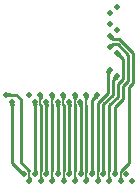
<source format=gbr>
G04 #@! TF.GenerationSoftware,KiCad,Pcbnew,(5.1.0)-1*
G04 #@! TF.CreationDate,2019-09-21T16:07:02-07:00*
G04 #@! TF.ProjectId,Miniscope-v4-wire-free-flex,4d696e69-7363-46f7-9065-2d76342d7769,rev?*
G04 #@! TF.SameCoordinates,Original*
G04 #@! TF.FileFunction,Copper,L2,Bot*
G04 #@! TF.FilePolarity,Positive*
%FSLAX46Y46*%
G04 Gerber Fmt 4.6, Leading zero omitted, Abs format (unit mm)*
G04 Created by KiCad (PCBNEW (5.1.0)-1) date 2019-09-21 16:07:02*
%MOMM*%
%LPD*%
G04 APERTURE LIST*
%ADD10C,0.508000*%
%ADD11C,0.152400*%
%ADD12C,0.254000*%
%ADD13C,0.025400*%
G04 APERTURE END LIST*
D10*
X45500000Y-39750000D03*
X45017401Y-39140400D03*
X44534801Y-39750000D03*
X44052202Y-39140400D03*
X43569602Y-39750000D03*
X43087003Y-39140400D03*
X42604403Y-39750000D03*
X42121804Y-39140400D03*
X41639204Y-39750000D03*
X41156605Y-39140400D03*
X40674005Y-39750000D03*
X40191406Y-39140400D03*
X39708806Y-39750000D03*
X39226207Y-39140400D03*
X38743607Y-39750000D03*
X38261008Y-39140400D03*
X37778408Y-39750000D03*
X37295809Y-39140400D03*
X36813209Y-39750000D03*
X36330610Y-39140400D03*
X44233600Y-25000000D03*
X43624000Y-25482599D03*
X43624000Y-26447798D03*
X44233600Y-26930398D03*
X43624000Y-27412997D03*
X43624000Y-28378196D03*
X44233600Y-28860796D03*
X43624000Y-30308594D03*
X44233600Y-30791194D03*
X42585802Y-32390400D03*
X41620603Y-32390400D03*
X41138003Y-33000000D03*
X40655404Y-32390400D03*
X40172804Y-33000000D03*
X39690205Y-32390400D03*
X39207605Y-33000000D03*
X38725006Y-32390400D03*
X38242406Y-33000000D03*
X37759807Y-32390400D03*
X37277207Y-33000000D03*
X36794608Y-32390400D03*
X35346809Y-33000000D03*
X34864210Y-32390400D03*
D11*
X36813209Y-39750000D02*
X36813209Y-38819809D01*
D12*
X35223420Y-32390400D02*
X34864210Y-32390400D01*
X35667000Y-32390400D02*
X35223420Y-32390400D01*
X36068000Y-32791400D02*
X35667000Y-32390400D01*
X36813209Y-38819809D02*
X36068000Y-38074600D01*
X36068000Y-38074600D02*
X36068000Y-32791400D01*
X36270200Y-39140400D02*
X36330610Y-39140400D01*
X35331400Y-38201600D02*
X36270200Y-39140400D01*
X35346809Y-33000000D02*
X35331400Y-33015409D01*
X35331400Y-33015409D02*
X35331400Y-38201600D01*
X37295809Y-33018602D02*
X37277207Y-33000000D01*
X37295809Y-39140400D02*
X37295809Y-33018602D01*
D11*
X37778408Y-39750000D02*
X37778408Y-38845208D01*
X37759807Y-32390400D02*
X37759807Y-33289407D01*
D12*
X37778408Y-36533808D02*
X37778408Y-38845208D01*
X37759807Y-33289407D02*
X37778408Y-33308008D01*
X37778408Y-33308008D02*
X37778408Y-36533808D01*
X38261008Y-33018602D02*
X38242406Y-33000000D01*
X38261008Y-39140400D02*
X38261008Y-33018602D01*
D11*
X38743607Y-39750000D02*
X38743607Y-38870607D01*
X38725006Y-33227891D02*
X38735000Y-33237885D01*
X38725006Y-32390400D02*
X38725006Y-33227891D01*
D12*
X38725006Y-38852006D02*
X38743607Y-38870607D01*
X38725006Y-33227891D02*
X38725006Y-38852006D01*
X39226207Y-33018602D02*
X39207605Y-33000000D01*
X39226207Y-39140400D02*
X39226207Y-33018602D01*
D11*
X39708806Y-39750000D02*
X39708806Y-38870606D01*
X39690205Y-32390400D02*
X39690205Y-33289405D01*
D12*
X39708806Y-37041806D02*
X39708806Y-38870606D01*
X39690205Y-33289405D02*
X39708806Y-33308006D01*
X39708806Y-33308006D02*
X39708806Y-37041806D01*
X40191406Y-33018602D02*
X40172804Y-33000000D01*
X40191406Y-39140400D02*
X40191406Y-33018602D01*
D11*
X40674005Y-39750000D02*
X40674005Y-38896005D01*
X40655404Y-33227891D02*
X40640000Y-33243295D01*
X40655404Y-32390400D02*
X40655404Y-33227891D01*
D12*
X40655404Y-38877404D02*
X40674005Y-38896005D01*
X40655404Y-33227891D02*
X40655404Y-38877404D01*
X41156605Y-33018602D02*
X41138003Y-33000000D01*
X41156605Y-39140400D02*
X41156605Y-33018602D01*
D11*
X41639204Y-38912508D02*
X41605200Y-38878504D01*
X41639204Y-39750000D02*
X41639204Y-38912508D01*
D12*
X41639204Y-33265396D02*
X41639204Y-38912508D01*
D11*
X41620603Y-33246795D02*
X41639204Y-33265396D01*
X41620603Y-32390400D02*
X41620603Y-33246795D01*
D12*
X42121804Y-38972204D02*
X42113200Y-38963600D01*
X42121804Y-39140400D02*
X42121804Y-38972204D01*
X42113200Y-32863002D02*
X42585802Y-32390400D01*
X42113200Y-38963600D02*
X42113200Y-32863002D01*
X43087003Y-39140400D02*
X43087003Y-33214599D01*
X43979601Y-31045193D02*
X44233600Y-30791194D01*
X43903872Y-31120922D02*
X43979601Y-31045193D01*
X43903872Y-32397730D02*
X43903872Y-31120922D01*
X43087003Y-33214599D02*
X43903872Y-32397730D01*
D11*
X42604403Y-39750000D02*
X42604403Y-38904197D01*
D12*
X42604403Y-33126039D02*
X42604403Y-38904197D01*
X43500000Y-30432594D02*
X43500000Y-32230442D01*
X43500000Y-32230442D02*
X42604403Y-33126039D01*
X43624000Y-30308594D02*
X43500000Y-30432594D01*
D11*
X43569602Y-39750000D02*
X43569602Y-38878798D01*
D12*
X44764461Y-29391657D02*
X44487599Y-29114795D01*
X44764461Y-31046008D02*
X44764461Y-29391657D01*
X44307742Y-31502727D02*
X44764461Y-31046008D01*
X44307742Y-32565018D02*
X44307742Y-31502727D01*
X43569602Y-33303158D02*
X44307742Y-32565018D01*
X44487599Y-29114795D02*
X44233600Y-28860796D01*
X43569602Y-38878798D02*
X43569602Y-33303158D01*
X44052202Y-39140400D02*
X44052202Y-38726398D01*
X44052202Y-38781190D02*
X44052202Y-39140400D01*
X43877999Y-28124197D02*
X44282676Y-28124197D01*
X44711613Y-31691587D02*
X44711613Y-32745345D01*
X44282676Y-28124197D02*
X45168331Y-29009852D01*
X45168331Y-29009852D02*
X45168331Y-31234869D01*
X44052202Y-33404756D02*
X44052202Y-38781190D01*
X44711613Y-32745345D02*
X44052202Y-33404756D01*
X43624000Y-28378196D02*
X43877999Y-28124197D01*
X45168331Y-31234869D02*
X44711613Y-31691587D01*
D11*
X44534801Y-38912509D02*
X44551600Y-38895710D01*
X44534801Y-39750000D02*
X44534801Y-38912509D01*
D12*
X44534801Y-38837325D02*
X44534801Y-38912509D01*
X43624000Y-27412997D02*
X43877999Y-27666996D01*
X43877999Y-27666996D02*
X44396633Y-27666996D01*
X44396633Y-27666996D02*
X45572201Y-28842564D01*
X45572201Y-28842564D02*
X45572200Y-31402158D01*
X45572200Y-31402158D02*
X45212000Y-31762358D01*
X45212000Y-38160126D02*
X44534801Y-38837325D01*
X45212000Y-31762358D02*
X45212000Y-38160126D01*
D13*
G36*
X36877733Y-39350364D02*
G01*
X36877799Y-39351287D01*
X36880847Y-39379479D01*
X36880989Y-39380444D01*
X36886069Y-39407663D01*
X36886295Y-39408655D01*
X36893407Y-39434901D01*
X36893723Y-39435900D01*
X36902867Y-39461172D01*
X36903271Y-39462158D01*
X36914447Y-39486456D01*
X36914934Y-39487407D01*
X36928142Y-39510732D01*
X36928700Y-39511629D01*
X36943940Y-39533980D01*
X36944554Y-39534806D01*
X36961826Y-39556184D01*
X36962479Y-39556931D01*
X36975281Y-39570463D01*
X36813209Y-39851574D01*
X36651137Y-39570463D01*
X36663939Y-39556931D01*
X36664592Y-39556184D01*
X36681864Y-39534806D01*
X36682478Y-39533980D01*
X36697718Y-39511629D01*
X36698276Y-39510732D01*
X36711484Y-39487407D01*
X36711971Y-39486456D01*
X36723147Y-39462158D01*
X36723551Y-39461172D01*
X36732695Y-39435900D01*
X36733011Y-39434901D01*
X36740123Y-39408655D01*
X36740349Y-39407663D01*
X36745429Y-39380444D01*
X36745571Y-39379479D01*
X36748619Y-39351287D01*
X36748685Y-39350364D01*
X36749274Y-39333456D01*
X36877144Y-39333456D01*
X36877733Y-39350364D01*
X36877733Y-39350364D01*
G37*
X36877733Y-39350364D02*
X36877799Y-39351287D01*
X36880847Y-39379479D01*
X36880989Y-39380444D01*
X36886069Y-39407663D01*
X36886295Y-39408655D01*
X36893407Y-39434901D01*
X36893723Y-39435900D01*
X36902867Y-39461172D01*
X36903271Y-39462158D01*
X36914447Y-39486456D01*
X36914934Y-39487407D01*
X36928142Y-39510732D01*
X36928700Y-39511629D01*
X36943940Y-39533980D01*
X36944554Y-39534806D01*
X36961826Y-39556184D01*
X36962479Y-39556931D01*
X36975281Y-39570463D01*
X36813209Y-39851574D01*
X36651137Y-39570463D01*
X36663939Y-39556931D01*
X36664592Y-39556184D01*
X36681864Y-39534806D01*
X36682478Y-39533980D01*
X36697718Y-39511629D01*
X36698276Y-39510732D01*
X36711484Y-39487407D01*
X36711971Y-39486456D01*
X36723147Y-39462158D01*
X36723551Y-39461172D01*
X36732695Y-39435900D01*
X36733011Y-39434901D01*
X36740123Y-39408655D01*
X36740349Y-39407663D01*
X36745429Y-39380444D01*
X36745571Y-39379479D01*
X36748619Y-39351287D01*
X36748685Y-39350364D01*
X36749274Y-39333456D01*
X36877144Y-39333456D01*
X36877733Y-39350364D01*
G36*
X35047435Y-32231581D02*
G01*
X35048399Y-32232387D01*
X35059835Y-32241023D01*
X35060847Y-32241713D01*
X35073267Y-32249333D01*
X35074295Y-32249900D01*
X35087699Y-32256504D01*
X35088714Y-32256950D01*
X35103102Y-32262538D01*
X35104080Y-32262873D01*
X35119453Y-32267445D01*
X35120375Y-32267682D01*
X35136732Y-32271238D01*
X35137590Y-32271394D01*
X35154932Y-32273934D01*
X35155719Y-32274024D01*
X35174045Y-32275548D01*
X35174764Y-32275588D01*
X35181709Y-32275771D01*
X35181709Y-32505029D01*
X35174764Y-32505212D01*
X35174045Y-32505252D01*
X35155719Y-32506776D01*
X35154932Y-32506866D01*
X35137590Y-32509406D01*
X35136732Y-32509562D01*
X35120375Y-32513118D01*
X35119453Y-32513355D01*
X35104080Y-32517927D01*
X35103102Y-32518262D01*
X35088714Y-32523850D01*
X35087699Y-32524296D01*
X35074295Y-32530900D01*
X35073267Y-32531467D01*
X35060847Y-32539087D01*
X35059835Y-32539777D01*
X35048399Y-32548413D01*
X35047435Y-32549219D01*
X35043850Y-32552531D01*
X34762636Y-32390400D01*
X35043850Y-32228269D01*
X35047435Y-32231581D01*
X35047435Y-32231581D01*
G37*
X35047435Y-32231581D02*
X35048399Y-32232387D01*
X35059835Y-32241023D01*
X35060847Y-32241713D01*
X35073267Y-32249333D01*
X35074295Y-32249900D01*
X35087699Y-32256504D01*
X35088714Y-32256950D01*
X35103102Y-32262538D01*
X35104080Y-32262873D01*
X35119453Y-32267445D01*
X35120375Y-32267682D01*
X35136732Y-32271238D01*
X35137590Y-32271394D01*
X35154932Y-32273934D01*
X35155719Y-32274024D01*
X35174045Y-32275548D01*
X35174764Y-32275588D01*
X35181709Y-32275771D01*
X35181709Y-32505029D01*
X35174764Y-32505212D01*
X35174045Y-32505252D01*
X35155719Y-32506776D01*
X35154932Y-32506866D01*
X35137590Y-32509406D01*
X35136732Y-32509562D01*
X35120375Y-32513118D01*
X35119453Y-32513355D01*
X35104080Y-32517927D01*
X35103102Y-32518262D01*
X35088714Y-32523850D01*
X35087699Y-32524296D01*
X35074295Y-32530900D01*
X35073267Y-32531467D01*
X35060847Y-32539087D01*
X35059835Y-32539777D01*
X35048399Y-32548413D01*
X35047435Y-32549219D01*
X35043850Y-32552531D01*
X34762636Y-32390400D01*
X35043850Y-32228269D01*
X35047435Y-32231581D01*
G36*
X36192198Y-38839619D02*
G01*
X36192734Y-38840100D01*
X36206771Y-38851981D01*
X36207392Y-38852474D01*
X36221450Y-38862941D01*
X36222166Y-38863437D01*
X36236247Y-38872489D01*
X36237068Y-38872974D01*
X36251172Y-38880611D01*
X36252099Y-38881065D01*
X36266224Y-38887288D01*
X36267258Y-38887691D01*
X36281406Y-38892499D01*
X36282534Y-38892825D01*
X36296704Y-38896219D01*
X36297907Y-38896446D01*
X36312100Y-38898426D01*
X36313351Y-38898538D01*
X36318229Y-38898732D01*
X36402433Y-39212223D01*
X36088942Y-39128019D01*
X36088748Y-39123141D01*
X36088636Y-39121890D01*
X36086656Y-39107697D01*
X36086429Y-39106494D01*
X36083035Y-39092324D01*
X36082709Y-39091196D01*
X36077901Y-39077048D01*
X36077498Y-39076014D01*
X36071275Y-39061889D01*
X36070821Y-39060962D01*
X36063184Y-39046858D01*
X36062699Y-39046037D01*
X36053647Y-39031956D01*
X36053151Y-39031240D01*
X36042684Y-39017182D01*
X36042191Y-39016561D01*
X36030310Y-39002524D01*
X36029829Y-39001988D01*
X36025048Y-38996949D01*
X36187159Y-38834838D01*
X36192198Y-38839619D01*
X36192198Y-38839619D01*
G37*
X36192198Y-38839619D02*
X36192734Y-38840100D01*
X36206771Y-38851981D01*
X36207392Y-38852474D01*
X36221450Y-38862941D01*
X36222166Y-38863437D01*
X36236247Y-38872489D01*
X36237068Y-38872974D01*
X36251172Y-38880611D01*
X36252099Y-38881065D01*
X36266224Y-38887288D01*
X36267258Y-38887691D01*
X36281406Y-38892499D01*
X36282534Y-38892825D01*
X36296704Y-38896219D01*
X36297907Y-38896446D01*
X36312100Y-38898426D01*
X36313351Y-38898538D01*
X36318229Y-38898732D01*
X36402433Y-39212223D01*
X36088942Y-39128019D01*
X36088748Y-39123141D01*
X36088636Y-39121890D01*
X36086656Y-39107697D01*
X36086429Y-39106494D01*
X36083035Y-39092324D01*
X36082709Y-39091196D01*
X36077901Y-39077048D01*
X36077498Y-39076014D01*
X36071275Y-39061889D01*
X36070821Y-39060962D01*
X36063184Y-39046858D01*
X36062699Y-39046037D01*
X36053647Y-39031956D01*
X36053151Y-39031240D01*
X36042684Y-39017182D01*
X36042191Y-39016561D01*
X36030310Y-39002524D01*
X36029829Y-39001988D01*
X36025048Y-38996949D01*
X36187159Y-38834838D01*
X36192198Y-38839619D01*
G36*
X35508940Y-33179640D02*
G01*
X35505628Y-33183225D01*
X35504822Y-33184189D01*
X35496186Y-33195625D01*
X35495496Y-33196637D01*
X35487876Y-33209057D01*
X35487309Y-33210085D01*
X35480705Y-33223489D01*
X35480259Y-33224504D01*
X35474671Y-33238892D01*
X35474336Y-33239870D01*
X35469764Y-33255243D01*
X35469527Y-33256165D01*
X35465971Y-33272522D01*
X35465815Y-33273380D01*
X35463275Y-33290722D01*
X35463185Y-33291509D01*
X35461661Y-33309835D01*
X35461621Y-33310554D01*
X35461438Y-33317499D01*
X35232180Y-33317499D01*
X35231997Y-33310554D01*
X35231957Y-33309835D01*
X35230433Y-33291509D01*
X35230343Y-33290722D01*
X35227803Y-33273380D01*
X35227647Y-33272522D01*
X35224091Y-33256165D01*
X35223854Y-33255243D01*
X35219282Y-33239870D01*
X35218947Y-33238892D01*
X35213359Y-33224504D01*
X35212913Y-33223489D01*
X35206309Y-33210085D01*
X35205742Y-33209057D01*
X35198122Y-33196637D01*
X35197432Y-33195625D01*
X35188796Y-33184189D01*
X35187990Y-33183225D01*
X35184678Y-33179640D01*
X35346809Y-32898426D01*
X35508940Y-33179640D01*
X35508940Y-33179640D01*
G37*
X35508940Y-33179640D02*
X35505628Y-33183225D01*
X35504822Y-33184189D01*
X35496186Y-33195625D01*
X35495496Y-33196637D01*
X35487876Y-33209057D01*
X35487309Y-33210085D01*
X35480705Y-33223489D01*
X35480259Y-33224504D01*
X35474671Y-33238892D01*
X35474336Y-33239870D01*
X35469764Y-33255243D01*
X35469527Y-33256165D01*
X35465971Y-33272522D01*
X35465815Y-33273380D01*
X35463275Y-33290722D01*
X35463185Y-33291509D01*
X35461661Y-33309835D01*
X35461621Y-33310554D01*
X35461438Y-33317499D01*
X35232180Y-33317499D01*
X35231997Y-33310554D01*
X35231957Y-33309835D01*
X35230433Y-33291509D01*
X35230343Y-33290722D01*
X35227803Y-33273380D01*
X35227647Y-33272522D01*
X35224091Y-33256165D01*
X35223854Y-33255243D01*
X35219282Y-33239870D01*
X35218947Y-33238892D01*
X35213359Y-33224504D01*
X35212913Y-33223489D01*
X35206309Y-33210085D01*
X35205742Y-33209057D01*
X35198122Y-33196637D01*
X35197432Y-33195625D01*
X35188796Y-33184189D01*
X35187990Y-33183225D01*
X35184678Y-33179640D01*
X35346809Y-32898426D01*
X35508940Y-33179640D01*
G36*
X37410621Y-38829845D02*
G01*
X37410661Y-38830564D01*
X37412185Y-38848890D01*
X37412275Y-38849677D01*
X37414815Y-38867019D01*
X37414971Y-38867877D01*
X37418527Y-38884234D01*
X37418764Y-38885156D01*
X37423336Y-38900529D01*
X37423671Y-38901507D01*
X37429259Y-38915895D01*
X37429705Y-38916910D01*
X37436309Y-38930314D01*
X37436876Y-38931342D01*
X37444496Y-38943762D01*
X37445186Y-38944774D01*
X37453822Y-38956210D01*
X37454627Y-38957174D01*
X37457940Y-38960761D01*
X37295809Y-39241974D01*
X37133678Y-38960761D01*
X37136991Y-38957174D01*
X37137796Y-38956210D01*
X37146432Y-38944774D01*
X37147122Y-38943762D01*
X37154742Y-38931342D01*
X37155309Y-38930314D01*
X37161913Y-38916910D01*
X37162359Y-38915895D01*
X37167947Y-38901507D01*
X37168282Y-38900529D01*
X37172854Y-38885156D01*
X37173091Y-38884234D01*
X37176647Y-38867877D01*
X37176803Y-38867019D01*
X37179343Y-38849677D01*
X37179433Y-38848890D01*
X37180957Y-38830564D01*
X37180997Y-38829845D01*
X37181180Y-38822901D01*
X37410438Y-38822901D01*
X37410621Y-38829845D01*
X37410621Y-38829845D01*
G37*
X37410621Y-38829845D02*
X37410661Y-38830564D01*
X37412185Y-38848890D01*
X37412275Y-38849677D01*
X37414815Y-38867019D01*
X37414971Y-38867877D01*
X37418527Y-38884234D01*
X37418764Y-38885156D01*
X37423336Y-38900529D01*
X37423671Y-38901507D01*
X37429259Y-38915895D01*
X37429705Y-38916910D01*
X37436309Y-38930314D01*
X37436876Y-38931342D01*
X37444496Y-38943762D01*
X37445186Y-38944774D01*
X37453822Y-38956210D01*
X37454627Y-38957174D01*
X37457940Y-38960761D01*
X37295809Y-39241974D01*
X37133678Y-38960761D01*
X37136991Y-38957174D01*
X37137796Y-38956210D01*
X37146432Y-38944774D01*
X37147122Y-38943762D01*
X37154742Y-38931342D01*
X37155309Y-38930314D01*
X37161913Y-38916910D01*
X37162359Y-38915895D01*
X37167947Y-38901507D01*
X37168282Y-38900529D01*
X37172854Y-38885156D01*
X37173091Y-38884234D01*
X37176647Y-38867877D01*
X37176803Y-38867019D01*
X37179343Y-38849677D01*
X37179433Y-38848890D01*
X37180957Y-38830564D01*
X37180997Y-38829845D01*
X37181180Y-38822901D01*
X37410438Y-38822901D01*
X37410621Y-38829845D01*
G36*
X37439427Y-33179795D02*
G01*
X37436054Y-33183586D01*
X37435008Y-33184934D01*
X37426930Y-33196927D01*
X37426109Y-33198332D01*
X37419419Y-33211682D01*
X37418826Y-33213065D01*
X37413524Y-33227771D01*
X37413132Y-33229071D01*
X37409218Y-33245134D01*
X37408988Y-33246318D01*
X37406462Y-33263737D01*
X37406354Y-33264792D01*
X37405216Y-33283567D01*
X37405194Y-33284493D01*
X37405445Y-33304625D01*
X37405481Y-33305432D01*
X37407119Y-33326921D01*
X37407192Y-33327624D01*
X37408315Y-33336101D01*
X37179459Y-33336101D01*
X37177272Y-33323743D01*
X37177174Y-33323250D01*
X37172488Y-33301761D01*
X37172357Y-33301216D01*
X37167026Y-33281084D01*
X37166851Y-33280484D01*
X37160877Y-33261709D01*
X37160647Y-33261049D01*
X37154029Y-33243630D01*
X37153729Y-33242909D01*
X37146467Y-33226846D01*
X37146081Y-33226064D01*
X37138175Y-33211358D01*
X37137684Y-33210523D01*
X37129134Y-33197173D01*
X37128518Y-33196295D01*
X37119324Y-33184302D01*
X37118569Y-33183406D01*
X37115080Y-33179633D01*
X37277207Y-32898426D01*
X37439427Y-33179795D01*
X37439427Y-33179795D01*
G37*
X37439427Y-33179795D02*
X37436054Y-33183586D01*
X37435008Y-33184934D01*
X37426930Y-33196927D01*
X37426109Y-33198332D01*
X37419419Y-33211682D01*
X37418826Y-33213065D01*
X37413524Y-33227771D01*
X37413132Y-33229071D01*
X37409218Y-33245134D01*
X37408988Y-33246318D01*
X37406462Y-33263737D01*
X37406354Y-33264792D01*
X37405216Y-33283567D01*
X37405194Y-33284493D01*
X37405445Y-33304625D01*
X37405481Y-33305432D01*
X37407119Y-33326921D01*
X37407192Y-33327624D01*
X37408315Y-33336101D01*
X37179459Y-33336101D01*
X37177272Y-33323743D01*
X37177174Y-33323250D01*
X37172488Y-33301761D01*
X37172357Y-33301216D01*
X37167026Y-33281084D01*
X37166851Y-33280484D01*
X37160877Y-33261709D01*
X37160647Y-33261049D01*
X37154029Y-33243630D01*
X37153729Y-33242909D01*
X37146467Y-33226846D01*
X37146081Y-33226064D01*
X37138175Y-33211358D01*
X37137684Y-33210523D01*
X37129134Y-33197173D01*
X37128518Y-33196295D01*
X37119324Y-33184302D01*
X37118569Y-33183406D01*
X37115080Y-33179633D01*
X37277207Y-32898426D01*
X37439427Y-33179795D01*
G36*
X37842932Y-39350364D02*
G01*
X37842998Y-39351287D01*
X37846046Y-39379479D01*
X37846188Y-39380444D01*
X37851268Y-39407663D01*
X37851494Y-39408655D01*
X37858606Y-39434901D01*
X37858922Y-39435900D01*
X37868066Y-39461172D01*
X37868470Y-39462158D01*
X37879646Y-39486456D01*
X37880133Y-39487407D01*
X37893341Y-39510732D01*
X37893899Y-39511629D01*
X37909139Y-39533980D01*
X37909753Y-39534806D01*
X37927025Y-39556184D01*
X37927678Y-39556931D01*
X37940480Y-39570463D01*
X37778408Y-39851574D01*
X37616336Y-39570463D01*
X37629138Y-39556931D01*
X37629791Y-39556184D01*
X37647063Y-39534806D01*
X37647677Y-39533980D01*
X37662917Y-39511629D01*
X37663475Y-39510732D01*
X37676683Y-39487407D01*
X37677170Y-39486456D01*
X37688346Y-39462158D01*
X37688750Y-39461172D01*
X37697894Y-39435900D01*
X37698210Y-39434901D01*
X37705322Y-39408655D01*
X37705548Y-39407663D01*
X37710628Y-39380444D01*
X37710770Y-39379479D01*
X37713818Y-39351287D01*
X37713884Y-39350364D01*
X37714473Y-39333456D01*
X37842343Y-39333456D01*
X37842932Y-39350364D01*
X37842932Y-39350364D01*
G37*
X37842932Y-39350364D02*
X37842998Y-39351287D01*
X37846046Y-39379479D01*
X37846188Y-39380444D01*
X37851268Y-39407663D01*
X37851494Y-39408655D01*
X37858606Y-39434901D01*
X37858922Y-39435900D01*
X37868066Y-39461172D01*
X37868470Y-39462158D01*
X37879646Y-39486456D01*
X37880133Y-39487407D01*
X37893341Y-39510732D01*
X37893899Y-39511629D01*
X37909139Y-39533980D01*
X37909753Y-39534806D01*
X37927025Y-39556184D01*
X37927678Y-39556931D01*
X37940480Y-39570463D01*
X37778408Y-39851574D01*
X37616336Y-39570463D01*
X37629138Y-39556931D01*
X37629791Y-39556184D01*
X37647063Y-39534806D01*
X37647677Y-39533980D01*
X37662917Y-39511629D01*
X37663475Y-39510732D01*
X37676683Y-39487407D01*
X37677170Y-39486456D01*
X37688346Y-39462158D01*
X37688750Y-39461172D01*
X37697894Y-39435900D01*
X37698210Y-39434901D01*
X37705322Y-39408655D01*
X37705548Y-39407663D01*
X37710628Y-39380444D01*
X37710770Y-39379479D01*
X37713818Y-39351287D01*
X37713884Y-39350364D01*
X37714473Y-39333456D01*
X37842343Y-39333456D01*
X37842932Y-39350364D01*
G36*
X37921879Y-32569938D02*
G01*
X37909078Y-32583468D01*
X37908424Y-32584215D01*
X37891152Y-32605593D01*
X37890538Y-32606419D01*
X37875298Y-32628770D01*
X37874740Y-32629667D01*
X37861532Y-32652992D01*
X37861045Y-32653943D01*
X37849869Y-32678242D01*
X37849465Y-32679228D01*
X37840321Y-32704499D01*
X37840005Y-32705498D01*
X37832893Y-32731744D01*
X37832667Y-32732736D01*
X37827587Y-32759955D01*
X37827445Y-32760920D01*
X37824397Y-32789112D01*
X37824331Y-32790035D01*
X37823742Y-32806944D01*
X37695872Y-32806944D01*
X37695283Y-32790035D01*
X37695217Y-32789112D01*
X37692169Y-32760920D01*
X37692027Y-32759955D01*
X37686947Y-32732736D01*
X37686721Y-32731744D01*
X37679609Y-32705498D01*
X37679293Y-32704499D01*
X37670149Y-32679228D01*
X37669745Y-32678242D01*
X37658569Y-32653943D01*
X37658082Y-32652992D01*
X37644874Y-32629667D01*
X37644316Y-32628770D01*
X37629076Y-32606419D01*
X37628462Y-32605593D01*
X37611190Y-32584215D01*
X37610536Y-32583468D01*
X37597735Y-32569938D01*
X37759807Y-32288826D01*
X37921879Y-32569938D01*
X37921879Y-32569938D01*
G37*
X37921879Y-32569938D02*
X37909078Y-32583468D01*
X37908424Y-32584215D01*
X37891152Y-32605593D01*
X37890538Y-32606419D01*
X37875298Y-32628770D01*
X37874740Y-32629667D01*
X37861532Y-32652992D01*
X37861045Y-32653943D01*
X37849869Y-32678242D01*
X37849465Y-32679228D01*
X37840321Y-32704499D01*
X37840005Y-32705498D01*
X37832893Y-32731744D01*
X37832667Y-32732736D01*
X37827587Y-32759955D01*
X37827445Y-32760920D01*
X37824397Y-32789112D01*
X37824331Y-32790035D01*
X37823742Y-32806944D01*
X37695872Y-32806944D01*
X37695283Y-32790035D01*
X37695217Y-32789112D01*
X37692169Y-32760920D01*
X37692027Y-32759955D01*
X37686947Y-32732736D01*
X37686721Y-32731744D01*
X37679609Y-32705498D01*
X37679293Y-32704499D01*
X37670149Y-32679228D01*
X37669745Y-32678242D01*
X37658569Y-32653943D01*
X37658082Y-32652992D01*
X37644874Y-32629667D01*
X37644316Y-32628770D01*
X37629076Y-32606419D01*
X37628462Y-32605593D01*
X37611190Y-32584215D01*
X37610536Y-32583468D01*
X37597735Y-32569938D01*
X37759807Y-32288826D01*
X37921879Y-32569938D01*
G36*
X38375820Y-38829845D02*
G01*
X38375860Y-38830564D01*
X38377384Y-38848890D01*
X38377474Y-38849677D01*
X38380014Y-38867019D01*
X38380170Y-38867877D01*
X38383726Y-38884234D01*
X38383963Y-38885156D01*
X38388535Y-38900529D01*
X38388870Y-38901507D01*
X38394458Y-38915895D01*
X38394904Y-38916910D01*
X38401508Y-38930314D01*
X38402075Y-38931342D01*
X38409695Y-38943762D01*
X38410385Y-38944774D01*
X38419021Y-38956210D01*
X38419826Y-38957174D01*
X38423139Y-38960761D01*
X38261008Y-39241974D01*
X38098877Y-38960761D01*
X38102190Y-38957174D01*
X38102995Y-38956210D01*
X38111631Y-38944774D01*
X38112321Y-38943762D01*
X38119941Y-38931342D01*
X38120508Y-38930314D01*
X38127112Y-38916910D01*
X38127558Y-38915895D01*
X38133146Y-38901507D01*
X38133481Y-38900529D01*
X38138053Y-38885156D01*
X38138290Y-38884234D01*
X38141846Y-38867877D01*
X38142002Y-38867019D01*
X38144542Y-38849677D01*
X38144632Y-38848890D01*
X38146156Y-38830564D01*
X38146196Y-38829845D01*
X38146379Y-38822901D01*
X38375637Y-38822901D01*
X38375820Y-38829845D01*
X38375820Y-38829845D01*
G37*
X38375820Y-38829845D02*
X38375860Y-38830564D01*
X38377384Y-38848890D01*
X38377474Y-38849677D01*
X38380014Y-38867019D01*
X38380170Y-38867877D01*
X38383726Y-38884234D01*
X38383963Y-38885156D01*
X38388535Y-38900529D01*
X38388870Y-38901507D01*
X38394458Y-38915895D01*
X38394904Y-38916910D01*
X38401508Y-38930314D01*
X38402075Y-38931342D01*
X38409695Y-38943762D01*
X38410385Y-38944774D01*
X38419021Y-38956210D01*
X38419826Y-38957174D01*
X38423139Y-38960761D01*
X38261008Y-39241974D01*
X38098877Y-38960761D01*
X38102190Y-38957174D01*
X38102995Y-38956210D01*
X38111631Y-38944774D01*
X38112321Y-38943762D01*
X38119941Y-38931342D01*
X38120508Y-38930314D01*
X38127112Y-38916910D01*
X38127558Y-38915895D01*
X38133146Y-38901507D01*
X38133481Y-38900529D01*
X38138053Y-38885156D01*
X38138290Y-38884234D01*
X38141846Y-38867877D01*
X38142002Y-38867019D01*
X38144542Y-38849677D01*
X38144632Y-38848890D01*
X38146156Y-38830564D01*
X38146196Y-38829845D01*
X38146379Y-38822901D01*
X38375637Y-38822901D01*
X38375820Y-38829845D01*
G36*
X38404626Y-33179795D02*
G01*
X38401253Y-33183586D01*
X38400207Y-33184934D01*
X38392129Y-33196927D01*
X38391308Y-33198332D01*
X38384618Y-33211682D01*
X38384025Y-33213065D01*
X38378723Y-33227771D01*
X38378331Y-33229071D01*
X38374417Y-33245134D01*
X38374187Y-33246318D01*
X38371661Y-33263737D01*
X38371553Y-33264792D01*
X38370415Y-33283567D01*
X38370393Y-33284493D01*
X38370644Y-33304625D01*
X38370680Y-33305432D01*
X38372318Y-33326921D01*
X38372391Y-33327624D01*
X38373514Y-33336101D01*
X38144658Y-33336101D01*
X38142471Y-33323743D01*
X38142373Y-33323250D01*
X38137687Y-33301761D01*
X38137556Y-33301216D01*
X38132225Y-33281084D01*
X38132050Y-33280484D01*
X38126076Y-33261709D01*
X38125846Y-33261049D01*
X38119228Y-33243630D01*
X38118928Y-33242909D01*
X38111666Y-33226846D01*
X38111280Y-33226064D01*
X38103374Y-33211358D01*
X38102883Y-33210523D01*
X38094333Y-33197173D01*
X38093717Y-33196295D01*
X38084523Y-33184302D01*
X38083768Y-33183406D01*
X38080279Y-33179633D01*
X38242406Y-32898426D01*
X38404626Y-33179795D01*
X38404626Y-33179795D01*
G37*
X38404626Y-33179795D02*
X38401253Y-33183586D01*
X38400207Y-33184934D01*
X38392129Y-33196927D01*
X38391308Y-33198332D01*
X38384618Y-33211682D01*
X38384025Y-33213065D01*
X38378723Y-33227771D01*
X38378331Y-33229071D01*
X38374417Y-33245134D01*
X38374187Y-33246318D01*
X38371661Y-33263737D01*
X38371553Y-33264792D01*
X38370415Y-33283567D01*
X38370393Y-33284493D01*
X38370644Y-33304625D01*
X38370680Y-33305432D01*
X38372318Y-33326921D01*
X38372391Y-33327624D01*
X38373514Y-33336101D01*
X38144658Y-33336101D01*
X38142471Y-33323743D01*
X38142373Y-33323250D01*
X38137687Y-33301761D01*
X38137556Y-33301216D01*
X38132225Y-33281084D01*
X38132050Y-33280484D01*
X38126076Y-33261709D01*
X38125846Y-33261049D01*
X38119228Y-33243630D01*
X38118928Y-33242909D01*
X38111666Y-33226846D01*
X38111280Y-33226064D01*
X38103374Y-33211358D01*
X38102883Y-33210523D01*
X38094333Y-33197173D01*
X38093717Y-33196295D01*
X38084523Y-33184302D01*
X38083768Y-33183406D01*
X38080279Y-33179633D01*
X38242406Y-32898426D01*
X38404626Y-33179795D01*
G36*
X38808131Y-39350364D02*
G01*
X38808197Y-39351287D01*
X38811245Y-39379479D01*
X38811387Y-39380444D01*
X38816467Y-39407663D01*
X38816693Y-39408655D01*
X38823805Y-39434901D01*
X38824121Y-39435900D01*
X38833265Y-39461172D01*
X38833669Y-39462158D01*
X38844845Y-39486456D01*
X38845332Y-39487407D01*
X38858540Y-39510732D01*
X38859098Y-39511629D01*
X38874338Y-39533980D01*
X38874952Y-39534806D01*
X38892224Y-39556184D01*
X38892877Y-39556931D01*
X38905679Y-39570463D01*
X38743607Y-39851574D01*
X38581535Y-39570463D01*
X38594337Y-39556931D01*
X38594990Y-39556184D01*
X38612262Y-39534806D01*
X38612876Y-39533980D01*
X38628116Y-39511629D01*
X38628674Y-39510732D01*
X38641882Y-39487407D01*
X38642369Y-39486456D01*
X38653545Y-39462158D01*
X38653949Y-39461172D01*
X38663093Y-39435900D01*
X38663409Y-39434901D01*
X38670521Y-39408655D01*
X38670747Y-39407663D01*
X38675827Y-39380444D01*
X38675969Y-39379479D01*
X38679017Y-39351287D01*
X38679083Y-39350364D01*
X38679672Y-39333456D01*
X38807542Y-39333456D01*
X38808131Y-39350364D01*
X38808131Y-39350364D01*
G37*
X38808131Y-39350364D02*
X38808197Y-39351287D01*
X38811245Y-39379479D01*
X38811387Y-39380444D01*
X38816467Y-39407663D01*
X38816693Y-39408655D01*
X38823805Y-39434901D01*
X38824121Y-39435900D01*
X38833265Y-39461172D01*
X38833669Y-39462158D01*
X38844845Y-39486456D01*
X38845332Y-39487407D01*
X38858540Y-39510732D01*
X38859098Y-39511629D01*
X38874338Y-39533980D01*
X38874952Y-39534806D01*
X38892224Y-39556184D01*
X38892877Y-39556931D01*
X38905679Y-39570463D01*
X38743607Y-39851574D01*
X38581535Y-39570463D01*
X38594337Y-39556931D01*
X38594990Y-39556184D01*
X38612262Y-39534806D01*
X38612876Y-39533980D01*
X38628116Y-39511629D01*
X38628674Y-39510732D01*
X38641882Y-39487407D01*
X38642369Y-39486456D01*
X38653545Y-39462158D01*
X38653949Y-39461172D01*
X38663093Y-39435900D01*
X38663409Y-39434901D01*
X38670521Y-39408655D01*
X38670747Y-39407663D01*
X38675827Y-39380444D01*
X38675969Y-39379479D01*
X38679017Y-39351287D01*
X38679083Y-39350364D01*
X38679672Y-39333456D01*
X38807542Y-39333456D01*
X38808131Y-39350364D01*
G36*
X38887078Y-32569938D02*
G01*
X38874277Y-32583468D01*
X38873623Y-32584215D01*
X38856351Y-32605593D01*
X38855737Y-32606419D01*
X38840497Y-32628770D01*
X38839939Y-32629667D01*
X38826731Y-32652992D01*
X38826244Y-32653943D01*
X38815068Y-32678242D01*
X38814664Y-32679228D01*
X38805520Y-32704499D01*
X38805204Y-32705498D01*
X38798091Y-32731744D01*
X38797864Y-32732736D01*
X38792785Y-32759955D01*
X38792644Y-32760920D01*
X38789596Y-32789112D01*
X38789530Y-32790035D01*
X38788941Y-32806944D01*
X38661071Y-32806944D01*
X38660482Y-32790035D01*
X38660416Y-32789112D01*
X38657368Y-32760920D01*
X38657226Y-32759955D01*
X38652146Y-32732736D01*
X38651920Y-32731744D01*
X38644808Y-32705498D01*
X38644492Y-32704499D01*
X38635348Y-32679228D01*
X38634944Y-32678242D01*
X38623768Y-32653943D01*
X38623281Y-32652992D01*
X38610072Y-32629667D01*
X38609514Y-32628771D01*
X38594275Y-32606420D01*
X38593661Y-32605593D01*
X38576389Y-32584215D01*
X38575735Y-32583468D01*
X38562934Y-32569938D01*
X38725006Y-32288826D01*
X38887078Y-32569938D01*
X38887078Y-32569938D01*
G37*
X38887078Y-32569938D02*
X38874277Y-32583468D01*
X38873623Y-32584215D01*
X38856351Y-32605593D01*
X38855737Y-32606419D01*
X38840497Y-32628770D01*
X38839939Y-32629667D01*
X38826731Y-32652992D01*
X38826244Y-32653943D01*
X38815068Y-32678242D01*
X38814664Y-32679228D01*
X38805520Y-32704499D01*
X38805204Y-32705498D01*
X38798091Y-32731744D01*
X38797864Y-32732736D01*
X38792785Y-32759955D01*
X38792644Y-32760920D01*
X38789596Y-32789112D01*
X38789530Y-32790035D01*
X38788941Y-32806944D01*
X38661071Y-32806944D01*
X38660482Y-32790035D01*
X38660416Y-32789112D01*
X38657368Y-32760920D01*
X38657226Y-32759955D01*
X38652146Y-32732736D01*
X38651920Y-32731744D01*
X38644808Y-32705498D01*
X38644492Y-32704499D01*
X38635348Y-32679228D01*
X38634944Y-32678242D01*
X38623768Y-32653943D01*
X38623281Y-32652992D01*
X38610072Y-32629667D01*
X38609514Y-32628771D01*
X38594275Y-32606420D01*
X38593661Y-32605593D01*
X38576389Y-32584215D01*
X38575735Y-32583468D01*
X38562934Y-32569938D01*
X38725006Y-32288826D01*
X38887078Y-32569938D01*
G36*
X39341019Y-38829845D02*
G01*
X39341059Y-38830564D01*
X39342583Y-38848890D01*
X39342673Y-38849677D01*
X39345213Y-38867019D01*
X39345369Y-38867877D01*
X39348925Y-38884234D01*
X39349162Y-38885156D01*
X39353734Y-38900529D01*
X39354069Y-38901507D01*
X39359657Y-38915895D01*
X39360103Y-38916910D01*
X39366707Y-38930314D01*
X39367274Y-38931342D01*
X39374894Y-38943762D01*
X39375584Y-38944774D01*
X39384220Y-38956210D01*
X39385025Y-38957174D01*
X39388338Y-38960761D01*
X39226207Y-39241974D01*
X39064076Y-38960761D01*
X39067389Y-38957174D01*
X39068194Y-38956210D01*
X39076830Y-38944774D01*
X39077520Y-38943762D01*
X39085140Y-38931342D01*
X39085707Y-38930314D01*
X39092311Y-38916910D01*
X39092757Y-38915895D01*
X39098345Y-38901507D01*
X39098680Y-38900529D01*
X39103252Y-38885156D01*
X39103489Y-38884234D01*
X39107045Y-38867877D01*
X39107201Y-38867019D01*
X39109741Y-38849677D01*
X39109831Y-38848890D01*
X39111355Y-38830564D01*
X39111395Y-38829845D01*
X39111578Y-38822901D01*
X39340836Y-38822901D01*
X39341019Y-38829845D01*
X39341019Y-38829845D01*
G37*
X39341019Y-38829845D02*
X39341059Y-38830564D01*
X39342583Y-38848890D01*
X39342673Y-38849677D01*
X39345213Y-38867019D01*
X39345369Y-38867877D01*
X39348925Y-38884234D01*
X39349162Y-38885156D01*
X39353734Y-38900529D01*
X39354069Y-38901507D01*
X39359657Y-38915895D01*
X39360103Y-38916910D01*
X39366707Y-38930314D01*
X39367274Y-38931342D01*
X39374894Y-38943762D01*
X39375584Y-38944774D01*
X39384220Y-38956210D01*
X39385025Y-38957174D01*
X39388338Y-38960761D01*
X39226207Y-39241974D01*
X39064076Y-38960761D01*
X39067389Y-38957174D01*
X39068194Y-38956210D01*
X39076830Y-38944774D01*
X39077520Y-38943762D01*
X39085140Y-38931342D01*
X39085707Y-38930314D01*
X39092311Y-38916910D01*
X39092757Y-38915895D01*
X39098345Y-38901507D01*
X39098680Y-38900529D01*
X39103252Y-38885156D01*
X39103489Y-38884234D01*
X39107045Y-38867877D01*
X39107201Y-38867019D01*
X39109741Y-38849677D01*
X39109831Y-38848890D01*
X39111355Y-38830564D01*
X39111395Y-38829845D01*
X39111578Y-38822901D01*
X39340836Y-38822901D01*
X39341019Y-38829845D01*
G36*
X39369825Y-33179795D02*
G01*
X39366452Y-33183586D01*
X39365406Y-33184934D01*
X39357328Y-33196927D01*
X39356507Y-33198332D01*
X39349817Y-33211682D01*
X39349224Y-33213065D01*
X39343922Y-33227771D01*
X39343530Y-33229071D01*
X39339616Y-33245134D01*
X39339386Y-33246318D01*
X39336860Y-33263737D01*
X39336752Y-33264792D01*
X39335614Y-33283567D01*
X39335592Y-33284493D01*
X39335843Y-33304625D01*
X39335879Y-33305432D01*
X39337517Y-33326921D01*
X39337590Y-33327624D01*
X39338713Y-33336101D01*
X39109857Y-33336101D01*
X39107670Y-33323743D01*
X39107572Y-33323250D01*
X39102886Y-33301761D01*
X39102755Y-33301216D01*
X39097424Y-33281084D01*
X39097249Y-33280484D01*
X39091275Y-33261709D01*
X39091045Y-33261049D01*
X39084427Y-33243630D01*
X39084127Y-33242909D01*
X39076865Y-33226846D01*
X39076479Y-33226064D01*
X39068573Y-33211358D01*
X39068082Y-33210523D01*
X39059532Y-33197173D01*
X39058916Y-33196295D01*
X39049722Y-33184302D01*
X39048967Y-33183406D01*
X39045478Y-33179633D01*
X39207605Y-32898426D01*
X39369825Y-33179795D01*
X39369825Y-33179795D01*
G37*
X39369825Y-33179795D02*
X39366452Y-33183586D01*
X39365406Y-33184934D01*
X39357328Y-33196927D01*
X39356507Y-33198332D01*
X39349817Y-33211682D01*
X39349224Y-33213065D01*
X39343922Y-33227771D01*
X39343530Y-33229071D01*
X39339616Y-33245134D01*
X39339386Y-33246318D01*
X39336860Y-33263737D01*
X39336752Y-33264792D01*
X39335614Y-33283567D01*
X39335592Y-33284493D01*
X39335843Y-33304625D01*
X39335879Y-33305432D01*
X39337517Y-33326921D01*
X39337590Y-33327624D01*
X39338713Y-33336101D01*
X39109857Y-33336101D01*
X39107670Y-33323743D01*
X39107572Y-33323250D01*
X39102886Y-33301761D01*
X39102755Y-33301216D01*
X39097424Y-33281084D01*
X39097249Y-33280484D01*
X39091275Y-33261709D01*
X39091045Y-33261049D01*
X39084427Y-33243630D01*
X39084127Y-33242909D01*
X39076865Y-33226846D01*
X39076479Y-33226064D01*
X39068573Y-33211358D01*
X39068082Y-33210523D01*
X39059532Y-33197173D01*
X39058916Y-33196295D01*
X39049722Y-33184302D01*
X39048967Y-33183406D01*
X39045478Y-33179633D01*
X39207605Y-32898426D01*
X39369825Y-33179795D01*
G36*
X39773330Y-39350364D02*
G01*
X39773396Y-39351287D01*
X39776444Y-39379479D01*
X39776586Y-39380444D01*
X39781666Y-39407663D01*
X39781892Y-39408655D01*
X39789004Y-39434901D01*
X39789320Y-39435900D01*
X39798464Y-39461172D01*
X39798868Y-39462158D01*
X39810044Y-39486456D01*
X39810531Y-39487406D01*
X39823738Y-39510731D01*
X39824296Y-39511629D01*
X39839537Y-39533980D01*
X39840151Y-39534806D01*
X39857423Y-39556184D01*
X39858076Y-39556931D01*
X39870878Y-39570463D01*
X39708806Y-39851574D01*
X39546734Y-39570463D01*
X39559536Y-39556931D01*
X39560189Y-39556184D01*
X39577461Y-39534806D01*
X39578075Y-39533980D01*
X39593315Y-39511629D01*
X39593873Y-39510732D01*
X39607081Y-39487407D01*
X39607568Y-39486456D01*
X39618744Y-39462158D01*
X39619148Y-39461172D01*
X39628292Y-39435900D01*
X39628608Y-39434900D01*
X39635719Y-39408654D01*
X39635945Y-39407663D01*
X39641026Y-39380444D01*
X39641168Y-39379479D01*
X39644216Y-39351287D01*
X39644282Y-39350364D01*
X39644871Y-39333456D01*
X39772741Y-39333456D01*
X39773330Y-39350364D01*
X39773330Y-39350364D01*
G37*
X39773330Y-39350364D02*
X39773396Y-39351287D01*
X39776444Y-39379479D01*
X39776586Y-39380444D01*
X39781666Y-39407663D01*
X39781892Y-39408655D01*
X39789004Y-39434901D01*
X39789320Y-39435900D01*
X39798464Y-39461172D01*
X39798868Y-39462158D01*
X39810044Y-39486456D01*
X39810531Y-39487406D01*
X39823738Y-39510731D01*
X39824296Y-39511629D01*
X39839537Y-39533980D01*
X39840151Y-39534806D01*
X39857423Y-39556184D01*
X39858076Y-39556931D01*
X39870878Y-39570463D01*
X39708806Y-39851574D01*
X39546734Y-39570463D01*
X39559536Y-39556931D01*
X39560189Y-39556184D01*
X39577461Y-39534806D01*
X39578075Y-39533980D01*
X39593315Y-39511629D01*
X39593873Y-39510732D01*
X39607081Y-39487407D01*
X39607568Y-39486456D01*
X39618744Y-39462158D01*
X39619148Y-39461172D01*
X39628292Y-39435900D01*
X39628608Y-39434900D01*
X39635719Y-39408654D01*
X39635945Y-39407663D01*
X39641026Y-39380444D01*
X39641168Y-39379479D01*
X39644216Y-39351287D01*
X39644282Y-39350364D01*
X39644871Y-39333456D01*
X39772741Y-39333456D01*
X39773330Y-39350364D01*
G36*
X39852277Y-32569938D02*
G01*
X39839476Y-32583468D01*
X39838822Y-32584215D01*
X39821550Y-32605593D01*
X39820936Y-32606419D01*
X39805696Y-32628770D01*
X39805138Y-32629667D01*
X39791930Y-32652992D01*
X39791443Y-32653943D01*
X39780267Y-32678242D01*
X39779863Y-32679228D01*
X39770719Y-32704499D01*
X39770403Y-32705498D01*
X39763291Y-32731744D01*
X39763065Y-32732736D01*
X39757985Y-32759955D01*
X39757843Y-32760920D01*
X39754795Y-32789112D01*
X39754729Y-32790035D01*
X39754140Y-32806944D01*
X39626270Y-32806944D01*
X39625681Y-32790035D01*
X39625615Y-32789112D01*
X39622567Y-32760920D01*
X39622425Y-32759955D01*
X39617345Y-32732736D01*
X39617119Y-32731744D01*
X39610007Y-32705498D01*
X39609691Y-32704499D01*
X39600547Y-32679228D01*
X39600143Y-32678242D01*
X39588967Y-32653943D01*
X39588480Y-32652992D01*
X39575272Y-32629667D01*
X39574714Y-32628770D01*
X39559474Y-32606419D01*
X39558860Y-32605593D01*
X39541588Y-32584215D01*
X39540934Y-32583468D01*
X39528133Y-32569938D01*
X39690205Y-32288826D01*
X39852277Y-32569938D01*
X39852277Y-32569938D01*
G37*
X39852277Y-32569938D02*
X39839476Y-32583468D01*
X39838822Y-32584215D01*
X39821550Y-32605593D01*
X39820936Y-32606419D01*
X39805696Y-32628770D01*
X39805138Y-32629667D01*
X39791930Y-32652992D01*
X39791443Y-32653943D01*
X39780267Y-32678242D01*
X39779863Y-32679228D01*
X39770719Y-32704499D01*
X39770403Y-32705498D01*
X39763291Y-32731744D01*
X39763065Y-32732736D01*
X39757985Y-32759955D01*
X39757843Y-32760920D01*
X39754795Y-32789112D01*
X39754729Y-32790035D01*
X39754140Y-32806944D01*
X39626270Y-32806944D01*
X39625681Y-32790035D01*
X39625615Y-32789112D01*
X39622567Y-32760920D01*
X39622425Y-32759955D01*
X39617345Y-32732736D01*
X39617119Y-32731744D01*
X39610007Y-32705498D01*
X39609691Y-32704499D01*
X39600547Y-32679228D01*
X39600143Y-32678242D01*
X39588967Y-32653943D01*
X39588480Y-32652992D01*
X39575272Y-32629667D01*
X39574714Y-32628770D01*
X39559474Y-32606419D01*
X39558860Y-32605593D01*
X39541588Y-32584215D01*
X39540934Y-32583468D01*
X39528133Y-32569938D01*
X39690205Y-32288826D01*
X39852277Y-32569938D01*
G36*
X40306218Y-38829845D02*
G01*
X40306258Y-38830564D01*
X40307782Y-38848890D01*
X40307872Y-38849677D01*
X40310412Y-38867019D01*
X40310568Y-38867877D01*
X40314124Y-38884234D01*
X40314361Y-38885156D01*
X40318933Y-38900529D01*
X40319268Y-38901507D01*
X40324856Y-38915895D01*
X40325301Y-38916909D01*
X40331904Y-38930313D01*
X40332472Y-38931343D01*
X40340093Y-38943763D01*
X40340783Y-38944774D01*
X40349419Y-38956210D01*
X40350224Y-38957174D01*
X40353537Y-38960761D01*
X40191406Y-39241974D01*
X40029275Y-38960761D01*
X40032588Y-38957174D01*
X40033393Y-38956210D01*
X40042029Y-38944774D01*
X40042719Y-38943762D01*
X40050339Y-38931342D01*
X40050906Y-38930314D01*
X40057510Y-38916910D01*
X40057956Y-38915895D01*
X40063544Y-38901507D01*
X40063879Y-38900529D01*
X40068451Y-38885156D01*
X40068688Y-38884233D01*
X40072243Y-38867876D01*
X40072399Y-38867020D01*
X40074940Y-38849678D01*
X40075030Y-38848890D01*
X40076554Y-38830564D01*
X40076594Y-38829845D01*
X40076777Y-38822901D01*
X40306035Y-38822901D01*
X40306218Y-38829845D01*
X40306218Y-38829845D01*
G37*
X40306218Y-38829845D02*
X40306258Y-38830564D01*
X40307782Y-38848890D01*
X40307872Y-38849677D01*
X40310412Y-38867019D01*
X40310568Y-38867877D01*
X40314124Y-38884234D01*
X40314361Y-38885156D01*
X40318933Y-38900529D01*
X40319268Y-38901507D01*
X40324856Y-38915895D01*
X40325301Y-38916909D01*
X40331904Y-38930313D01*
X40332472Y-38931343D01*
X40340093Y-38943763D01*
X40340783Y-38944774D01*
X40349419Y-38956210D01*
X40350224Y-38957174D01*
X40353537Y-38960761D01*
X40191406Y-39241974D01*
X40029275Y-38960761D01*
X40032588Y-38957174D01*
X40033393Y-38956210D01*
X40042029Y-38944774D01*
X40042719Y-38943762D01*
X40050339Y-38931342D01*
X40050906Y-38930314D01*
X40057510Y-38916910D01*
X40057956Y-38915895D01*
X40063544Y-38901507D01*
X40063879Y-38900529D01*
X40068451Y-38885156D01*
X40068688Y-38884233D01*
X40072243Y-38867876D01*
X40072399Y-38867020D01*
X40074940Y-38849678D01*
X40075030Y-38848890D01*
X40076554Y-38830564D01*
X40076594Y-38829845D01*
X40076777Y-38822901D01*
X40306035Y-38822901D01*
X40306218Y-38829845D01*
G36*
X40335024Y-33179795D02*
G01*
X40331651Y-33183586D01*
X40330605Y-33184934D01*
X40322527Y-33196927D01*
X40321706Y-33198332D01*
X40315016Y-33211682D01*
X40314423Y-33213065D01*
X40309121Y-33227771D01*
X40308729Y-33229071D01*
X40304815Y-33245134D01*
X40304585Y-33246318D01*
X40302059Y-33263737D01*
X40301951Y-33264792D01*
X40300813Y-33283567D01*
X40300791Y-33284493D01*
X40301042Y-33304625D01*
X40301078Y-33305432D01*
X40302716Y-33326921D01*
X40302789Y-33327624D01*
X40303912Y-33336101D01*
X40075056Y-33336101D01*
X40072869Y-33323743D01*
X40072771Y-33323250D01*
X40068085Y-33301761D01*
X40067954Y-33301216D01*
X40062623Y-33281084D01*
X40062448Y-33280484D01*
X40056474Y-33261709D01*
X40056244Y-33261049D01*
X40049626Y-33243630D01*
X40049326Y-33242909D01*
X40042064Y-33226846D01*
X40041678Y-33226064D01*
X40033772Y-33211358D01*
X40033281Y-33210523D01*
X40024731Y-33197173D01*
X40024115Y-33196295D01*
X40014921Y-33184302D01*
X40014166Y-33183406D01*
X40010677Y-33179633D01*
X40172804Y-32898426D01*
X40335024Y-33179795D01*
X40335024Y-33179795D01*
G37*
X40335024Y-33179795D02*
X40331651Y-33183586D01*
X40330605Y-33184934D01*
X40322527Y-33196927D01*
X40321706Y-33198332D01*
X40315016Y-33211682D01*
X40314423Y-33213065D01*
X40309121Y-33227771D01*
X40308729Y-33229071D01*
X40304815Y-33245134D01*
X40304585Y-33246318D01*
X40302059Y-33263737D01*
X40301951Y-33264792D01*
X40300813Y-33283567D01*
X40300791Y-33284493D01*
X40301042Y-33304625D01*
X40301078Y-33305432D01*
X40302716Y-33326921D01*
X40302789Y-33327624D01*
X40303912Y-33336101D01*
X40075056Y-33336101D01*
X40072869Y-33323743D01*
X40072771Y-33323250D01*
X40068085Y-33301761D01*
X40067954Y-33301216D01*
X40062623Y-33281084D01*
X40062448Y-33280484D01*
X40056474Y-33261709D01*
X40056244Y-33261049D01*
X40049626Y-33243630D01*
X40049326Y-33242909D01*
X40042064Y-33226846D01*
X40041678Y-33226064D01*
X40033772Y-33211358D01*
X40033281Y-33210523D01*
X40024731Y-33197173D01*
X40024115Y-33196295D01*
X40014921Y-33184302D01*
X40014166Y-33183406D01*
X40010677Y-33179633D01*
X40172804Y-32898426D01*
X40335024Y-33179795D01*
G36*
X40738529Y-39350364D02*
G01*
X40738595Y-39351287D01*
X40741643Y-39379479D01*
X40741785Y-39380444D01*
X40746865Y-39407663D01*
X40747091Y-39408655D01*
X40754203Y-39434901D01*
X40754519Y-39435900D01*
X40763663Y-39461172D01*
X40764067Y-39462158D01*
X40775243Y-39486456D01*
X40775730Y-39487407D01*
X40788938Y-39510732D01*
X40789496Y-39511629D01*
X40804736Y-39533980D01*
X40805350Y-39534806D01*
X40822622Y-39556184D01*
X40823275Y-39556931D01*
X40836077Y-39570463D01*
X40674005Y-39851574D01*
X40511933Y-39570463D01*
X40524735Y-39556931D01*
X40525388Y-39556184D01*
X40542660Y-39534806D01*
X40543274Y-39533980D01*
X40558514Y-39511629D01*
X40559072Y-39510732D01*
X40572280Y-39487407D01*
X40572767Y-39486456D01*
X40583943Y-39462158D01*
X40584347Y-39461172D01*
X40593491Y-39435900D01*
X40593807Y-39434901D01*
X40600919Y-39408655D01*
X40601145Y-39407663D01*
X40606225Y-39380444D01*
X40606367Y-39379479D01*
X40609415Y-39351287D01*
X40609481Y-39350364D01*
X40610070Y-39333456D01*
X40737940Y-39333456D01*
X40738529Y-39350364D01*
X40738529Y-39350364D01*
G37*
X40738529Y-39350364D02*
X40738595Y-39351287D01*
X40741643Y-39379479D01*
X40741785Y-39380444D01*
X40746865Y-39407663D01*
X40747091Y-39408655D01*
X40754203Y-39434901D01*
X40754519Y-39435900D01*
X40763663Y-39461172D01*
X40764067Y-39462158D01*
X40775243Y-39486456D01*
X40775730Y-39487407D01*
X40788938Y-39510732D01*
X40789496Y-39511629D01*
X40804736Y-39533980D01*
X40805350Y-39534806D01*
X40822622Y-39556184D01*
X40823275Y-39556931D01*
X40836077Y-39570463D01*
X40674005Y-39851574D01*
X40511933Y-39570463D01*
X40524735Y-39556931D01*
X40525388Y-39556184D01*
X40542660Y-39534806D01*
X40543274Y-39533980D01*
X40558514Y-39511629D01*
X40559072Y-39510732D01*
X40572280Y-39487407D01*
X40572767Y-39486456D01*
X40583943Y-39462158D01*
X40584347Y-39461172D01*
X40593491Y-39435900D01*
X40593807Y-39434901D01*
X40600919Y-39408655D01*
X40601145Y-39407663D01*
X40606225Y-39380444D01*
X40606367Y-39379479D01*
X40609415Y-39351287D01*
X40609481Y-39350364D01*
X40610070Y-39333456D01*
X40737940Y-39333456D01*
X40738529Y-39350364D01*
G36*
X40817476Y-32569938D02*
G01*
X40804675Y-32583468D01*
X40804021Y-32584215D01*
X40786749Y-32605593D01*
X40786135Y-32606419D01*
X40770895Y-32628770D01*
X40770337Y-32629667D01*
X40757129Y-32652992D01*
X40756642Y-32653943D01*
X40745466Y-32678242D01*
X40745062Y-32679228D01*
X40735918Y-32704499D01*
X40735602Y-32705498D01*
X40728490Y-32731744D01*
X40728264Y-32732736D01*
X40723184Y-32759955D01*
X40723042Y-32760920D01*
X40719994Y-32789112D01*
X40719928Y-32790035D01*
X40719339Y-32806944D01*
X40591469Y-32806944D01*
X40590880Y-32790035D01*
X40590814Y-32789112D01*
X40587766Y-32760920D01*
X40587624Y-32759955D01*
X40582544Y-32732736D01*
X40582318Y-32731744D01*
X40575206Y-32705498D01*
X40574890Y-32704499D01*
X40565746Y-32679228D01*
X40565342Y-32678242D01*
X40554166Y-32653943D01*
X40553679Y-32652992D01*
X40540471Y-32629667D01*
X40539913Y-32628770D01*
X40524673Y-32606419D01*
X40524059Y-32605593D01*
X40506787Y-32584215D01*
X40506133Y-32583468D01*
X40493332Y-32569938D01*
X40655404Y-32288826D01*
X40817476Y-32569938D01*
X40817476Y-32569938D01*
G37*
X40817476Y-32569938D02*
X40804675Y-32583468D01*
X40804021Y-32584215D01*
X40786749Y-32605593D01*
X40786135Y-32606419D01*
X40770895Y-32628770D01*
X40770337Y-32629667D01*
X40757129Y-32652992D01*
X40756642Y-32653943D01*
X40745466Y-32678242D01*
X40745062Y-32679228D01*
X40735918Y-32704499D01*
X40735602Y-32705498D01*
X40728490Y-32731744D01*
X40728264Y-32732736D01*
X40723184Y-32759955D01*
X40723042Y-32760920D01*
X40719994Y-32789112D01*
X40719928Y-32790035D01*
X40719339Y-32806944D01*
X40591469Y-32806944D01*
X40590880Y-32790035D01*
X40590814Y-32789112D01*
X40587766Y-32760920D01*
X40587624Y-32759955D01*
X40582544Y-32732736D01*
X40582318Y-32731744D01*
X40575206Y-32705498D01*
X40574890Y-32704499D01*
X40565746Y-32679228D01*
X40565342Y-32678242D01*
X40554166Y-32653943D01*
X40553679Y-32652992D01*
X40540471Y-32629667D01*
X40539913Y-32628770D01*
X40524673Y-32606419D01*
X40524059Y-32605593D01*
X40506787Y-32584215D01*
X40506133Y-32583468D01*
X40493332Y-32569938D01*
X40655404Y-32288826D01*
X40817476Y-32569938D01*
G36*
X41271417Y-38829845D02*
G01*
X41271457Y-38830564D01*
X41272981Y-38848890D01*
X41273071Y-38849677D01*
X41275611Y-38867019D01*
X41275767Y-38867877D01*
X41279323Y-38884234D01*
X41279560Y-38885156D01*
X41284132Y-38900529D01*
X41284467Y-38901507D01*
X41290055Y-38915895D01*
X41290501Y-38916910D01*
X41297105Y-38930314D01*
X41297672Y-38931342D01*
X41305292Y-38943762D01*
X41305982Y-38944774D01*
X41314618Y-38956210D01*
X41315423Y-38957174D01*
X41318736Y-38960761D01*
X41156605Y-39241974D01*
X40994474Y-38960761D01*
X40997787Y-38957174D01*
X40998592Y-38956210D01*
X41007228Y-38944774D01*
X41007918Y-38943762D01*
X41015538Y-38931342D01*
X41016105Y-38930314D01*
X41022709Y-38916910D01*
X41023155Y-38915895D01*
X41028743Y-38901507D01*
X41029078Y-38900529D01*
X41033650Y-38885156D01*
X41033887Y-38884234D01*
X41037443Y-38867877D01*
X41037599Y-38867019D01*
X41040139Y-38849677D01*
X41040229Y-38848890D01*
X41041753Y-38830564D01*
X41041793Y-38829845D01*
X41041976Y-38822901D01*
X41271234Y-38822901D01*
X41271417Y-38829845D01*
X41271417Y-38829845D01*
G37*
X41271417Y-38829845D02*
X41271457Y-38830564D01*
X41272981Y-38848890D01*
X41273071Y-38849677D01*
X41275611Y-38867019D01*
X41275767Y-38867877D01*
X41279323Y-38884234D01*
X41279560Y-38885156D01*
X41284132Y-38900529D01*
X41284467Y-38901507D01*
X41290055Y-38915895D01*
X41290501Y-38916910D01*
X41297105Y-38930314D01*
X41297672Y-38931342D01*
X41305292Y-38943762D01*
X41305982Y-38944774D01*
X41314618Y-38956210D01*
X41315423Y-38957174D01*
X41318736Y-38960761D01*
X41156605Y-39241974D01*
X40994474Y-38960761D01*
X40997787Y-38957174D01*
X40998592Y-38956210D01*
X41007228Y-38944774D01*
X41007918Y-38943762D01*
X41015538Y-38931342D01*
X41016105Y-38930314D01*
X41022709Y-38916910D01*
X41023155Y-38915895D01*
X41028743Y-38901507D01*
X41029078Y-38900529D01*
X41033650Y-38885156D01*
X41033887Y-38884234D01*
X41037443Y-38867877D01*
X41037599Y-38867019D01*
X41040139Y-38849677D01*
X41040229Y-38848890D01*
X41041753Y-38830564D01*
X41041793Y-38829845D01*
X41041976Y-38822901D01*
X41271234Y-38822901D01*
X41271417Y-38829845D01*
G36*
X41300223Y-33179795D02*
G01*
X41296850Y-33183586D01*
X41295804Y-33184934D01*
X41287726Y-33196927D01*
X41286905Y-33198332D01*
X41280215Y-33211682D01*
X41279622Y-33213065D01*
X41274320Y-33227771D01*
X41273928Y-33229071D01*
X41270014Y-33245134D01*
X41269784Y-33246318D01*
X41267258Y-33263737D01*
X41267150Y-33264792D01*
X41266012Y-33283567D01*
X41265990Y-33284493D01*
X41266241Y-33304625D01*
X41266277Y-33305432D01*
X41267915Y-33326921D01*
X41267988Y-33327624D01*
X41269111Y-33336101D01*
X41040255Y-33336101D01*
X41038068Y-33323743D01*
X41037970Y-33323250D01*
X41033284Y-33301761D01*
X41033153Y-33301216D01*
X41027822Y-33281084D01*
X41027647Y-33280484D01*
X41021673Y-33261709D01*
X41021443Y-33261049D01*
X41014825Y-33243630D01*
X41014525Y-33242909D01*
X41007263Y-33226846D01*
X41006877Y-33226064D01*
X40998971Y-33211358D01*
X40998480Y-33210523D01*
X40989930Y-33197173D01*
X40989314Y-33196295D01*
X40980120Y-33184302D01*
X40979365Y-33183406D01*
X40975876Y-33179633D01*
X41138003Y-32898426D01*
X41300223Y-33179795D01*
X41300223Y-33179795D01*
G37*
X41300223Y-33179795D02*
X41296850Y-33183586D01*
X41295804Y-33184934D01*
X41287726Y-33196927D01*
X41286905Y-33198332D01*
X41280215Y-33211682D01*
X41279622Y-33213065D01*
X41274320Y-33227771D01*
X41273928Y-33229071D01*
X41270014Y-33245134D01*
X41269784Y-33246318D01*
X41267258Y-33263737D01*
X41267150Y-33264792D01*
X41266012Y-33283567D01*
X41265990Y-33284493D01*
X41266241Y-33304625D01*
X41266277Y-33305432D01*
X41267915Y-33326921D01*
X41267988Y-33327624D01*
X41269111Y-33336101D01*
X41040255Y-33336101D01*
X41038068Y-33323743D01*
X41037970Y-33323250D01*
X41033284Y-33301761D01*
X41033153Y-33301216D01*
X41027822Y-33281084D01*
X41027647Y-33280484D01*
X41021673Y-33261709D01*
X41021443Y-33261049D01*
X41014825Y-33243630D01*
X41014525Y-33242909D01*
X41007263Y-33226846D01*
X41006877Y-33226064D01*
X40998971Y-33211358D01*
X40998480Y-33210523D01*
X40989930Y-33197173D01*
X40989314Y-33196295D01*
X40980120Y-33184302D01*
X40979365Y-33183406D01*
X40975876Y-33179633D01*
X41138003Y-32898426D01*
X41300223Y-33179795D01*
G36*
X41703728Y-39350364D02*
G01*
X41703794Y-39351287D01*
X41706842Y-39379479D01*
X41706984Y-39380444D01*
X41712064Y-39407663D01*
X41712290Y-39408655D01*
X41719402Y-39434901D01*
X41719718Y-39435900D01*
X41728862Y-39461172D01*
X41729266Y-39462158D01*
X41740442Y-39486456D01*
X41740929Y-39487407D01*
X41754137Y-39510732D01*
X41754695Y-39511629D01*
X41769935Y-39533980D01*
X41770549Y-39534806D01*
X41787821Y-39556184D01*
X41788474Y-39556931D01*
X41801276Y-39570463D01*
X41639204Y-39851574D01*
X41477132Y-39570463D01*
X41489934Y-39556931D01*
X41490587Y-39556184D01*
X41507859Y-39534806D01*
X41508473Y-39533980D01*
X41523713Y-39511629D01*
X41524271Y-39510732D01*
X41537479Y-39487407D01*
X41537966Y-39486456D01*
X41549142Y-39462158D01*
X41549546Y-39461172D01*
X41558690Y-39435900D01*
X41559006Y-39434901D01*
X41566118Y-39408655D01*
X41566344Y-39407663D01*
X41571424Y-39380444D01*
X41571566Y-39379479D01*
X41574614Y-39351287D01*
X41574680Y-39350364D01*
X41575269Y-39333456D01*
X41703139Y-39333456D01*
X41703728Y-39350364D01*
X41703728Y-39350364D01*
G37*
X41703728Y-39350364D02*
X41703794Y-39351287D01*
X41706842Y-39379479D01*
X41706984Y-39380444D01*
X41712064Y-39407663D01*
X41712290Y-39408655D01*
X41719402Y-39434901D01*
X41719718Y-39435900D01*
X41728862Y-39461172D01*
X41729266Y-39462158D01*
X41740442Y-39486456D01*
X41740929Y-39487407D01*
X41754137Y-39510732D01*
X41754695Y-39511629D01*
X41769935Y-39533980D01*
X41770549Y-39534806D01*
X41787821Y-39556184D01*
X41788474Y-39556931D01*
X41801276Y-39570463D01*
X41639204Y-39851574D01*
X41477132Y-39570463D01*
X41489934Y-39556931D01*
X41490587Y-39556184D01*
X41507859Y-39534806D01*
X41508473Y-39533980D01*
X41523713Y-39511629D01*
X41524271Y-39510732D01*
X41537479Y-39487407D01*
X41537966Y-39486456D01*
X41549142Y-39462158D01*
X41549546Y-39461172D01*
X41558690Y-39435900D01*
X41559006Y-39434901D01*
X41566118Y-39408655D01*
X41566344Y-39407663D01*
X41571424Y-39380444D01*
X41571566Y-39379479D01*
X41574614Y-39351287D01*
X41574680Y-39350364D01*
X41575269Y-39333456D01*
X41703139Y-39333456D01*
X41703728Y-39350364D01*
G36*
X41782675Y-32569938D02*
G01*
X41769874Y-32583468D01*
X41769220Y-32584215D01*
X41751948Y-32605593D01*
X41751334Y-32606419D01*
X41736094Y-32628770D01*
X41735536Y-32629667D01*
X41722328Y-32652992D01*
X41721841Y-32653943D01*
X41710665Y-32678242D01*
X41710261Y-32679228D01*
X41701117Y-32704499D01*
X41700801Y-32705498D01*
X41693689Y-32731744D01*
X41693463Y-32732736D01*
X41688383Y-32759955D01*
X41688241Y-32760920D01*
X41685193Y-32789112D01*
X41685127Y-32790035D01*
X41684538Y-32806944D01*
X41556668Y-32806944D01*
X41556079Y-32790035D01*
X41556013Y-32789112D01*
X41552965Y-32760920D01*
X41552823Y-32759955D01*
X41547743Y-32732736D01*
X41547517Y-32731744D01*
X41540405Y-32705498D01*
X41540089Y-32704499D01*
X41530945Y-32679228D01*
X41530541Y-32678242D01*
X41519365Y-32653943D01*
X41518878Y-32652992D01*
X41505670Y-32629667D01*
X41505112Y-32628770D01*
X41489872Y-32606419D01*
X41489258Y-32605593D01*
X41471986Y-32584215D01*
X41471332Y-32583468D01*
X41458531Y-32569938D01*
X41620603Y-32288826D01*
X41782675Y-32569938D01*
X41782675Y-32569938D01*
G37*
X41782675Y-32569938D02*
X41769874Y-32583468D01*
X41769220Y-32584215D01*
X41751948Y-32605593D01*
X41751334Y-32606419D01*
X41736094Y-32628770D01*
X41735536Y-32629667D01*
X41722328Y-32652992D01*
X41721841Y-32653943D01*
X41710665Y-32678242D01*
X41710261Y-32679228D01*
X41701117Y-32704499D01*
X41700801Y-32705498D01*
X41693689Y-32731744D01*
X41693463Y-32732736D01*
X41688383Y-32759955D01*
X41688241Y-32760920D01*
X41685193Y-32789112D01*
X41685127Y-32790035D01*
X41684538Y-32806944D01*
X41556668Y-32806944D01*
X41556079Y-32790035D01*
X41556013Y-32789112D01*
X41552965Y-32760920D01*
X41552823Y-32759955D01*
X41547743Y-32732736D01*
X41547517Y-32731744D01*
X41540405Y-32705498D01*
X41540089Y-32704499D01*
X41530945Y-32679228D01*
X41530541Y-32678242D01*
X41519365Y-32653943D01*
X41518878Y-32652992D01*
X41505670Y-32629667D01*
X41505112Y-32628770D01*
X41489872Y-32606419D01*
X41489258Y-32605593D01*
X41471986Y-32584215D01*
X41471332Y-32583468D01*
X41458531Y-32569938D01*
X41620603Y-32288826D01*
X41782675Y-32569938D01*
G36*
X42573421Y-32632067D02*
G01*
X42568544Y-32632261D01*
X42567292Y-32632373D01*
X42553099Y-32634353D01*
X42551896Y-32634580D01*
X42537726Y-32637974D01*
X42536598Y-32638300D01*
X42522450Y-32643108D01*
X42521416Y-32643511D01*
X42507291Y-32649734D01*
X42506364Y-32650188D01*
X42492260Y-32657825D01*
X42491439Y-32658310D01*
X42477358Y-32667362D01*
X42476642Y-32667858D01*
X42462584Y-32678325D01*
X42461963Y-32678818D01*
X42447926Y-32690699D01*
X42447390Y-32691180D01*
X42442351Y-32695962D01*
X42280240Y-32533851D01*
X42285021Y-32528811D01*
X42285502Y-32528275D01*
X42297383Y-32514238D01*
X42297876Y-32513617D01*
X42308343Y-32499559D01*
X42308839Y-32498843D01*
X42317891Y-32484762D01*
X42318376Y-32483941D01*
X42326013Y-32469838D01*
X42326467Y-32468911D01*
X42332690Y-32454785D01*
X42333093Y-32453751D01*
X42337901Y-32439603D01*
X42338227Y-32438475D01*
X42341621Y-32424305D01*
X42341848Y-32423102D01*
X42343828Y-32408909D01*
X42343940Y-32407658D01*
X42344134Y-32402781D01*
X42657625Y-32318577D01*
X42573421Y-32632067D01*
X42573421Y-32632067D01*
G37*
X42573421Y-32632067D02*
X42568544Y-32632261D01*
X42567292Y-32632373D01*
X42553099Y-32634353D01*
X42551896Y-32634580D01*
X42537726Y-32637974D01*
X42536598Y-32638300D01*
X42522450Y-32643108D01*
X42521416Y-32643511D01*
X42507291Y-32649734D01*
X42506364Y-32650188D01*
X42492260Y-32657825D01*
X42491439Y-32658310D01*
X42477358Y-32667362D01*
X42476642Y-32667858D01*
X42462584Y-32678325D01*
X42461963Y-32678818D01*
X42447926Y-32690699D01*
X42447390Y-32691180D01*
X42442351Y-32695962D01*
X42280240Y-32533851D01*
X42285021Y-32528811D01*
X42285502Y-32528275D01*
X42297383Y-32514238D01*
X42297876Y-32513617D01*
X42308343Y-32499559D01*
X42308839Y-32498843D01*
X42317891Y-32484762D01*
X42318376Y-32483941D01*
X42326013Y-32469838D01*
X42326467Y-32468911D01*
X42332690Y-32454785D01*
X42333093Y-32453751D01*
X42337901Y-32439603D01*
X42338227Y-32438475D01*
X42341621Y-32424305D01*
X42341848Y-32423102D01*
X42343828Y-32408909D01*
X42343940Y-32407658D01*
X42344134Y-32402781D01*
X42657625Y-32318577D01*
X42573421Y-32632067D01*
G36*
X42229652Y-38686817D02*
G01*
X42229666Y-38687086D01*
X42232653Y-38735468D01*
X42232677Y-38735790D01*
X42236508Y-38779652D01*
X42236549Y-38780045D01*
X42241223Y-38819386D01*
X42241291Y-38819876D01*
X42246810Y-38854697D01*
X42246924Y-38855319D01*
X42253286Y-38885619D01*
X42253484Y-38886428D01*
X42260690Y-38912208D01*
X42261044Y-38913286D01*
X42269094Y-38934546D01*
X42269756Y-38936008D01*
X42278650Y-38952748D01*
X42279934Y-38954705D01*
X42284281Y-38960159D01*
X42121804Y-39241974D01*
X41959286Y-38960088D01*
X41963569Y-38954617D01*
X41964926Y-38952473D01*
X41973304Y-38935733D01*
X41973978Y-38934118D01*
X41981168Y-38912858D01*
X41981506Y-38911669D01*
X41987508Y-38885889D01*
X41987682Y-38885002D01*
X41992496Y-38854702D01*
X41992585Y-38854024D01*
X41996210Y-38819203D01*
X41996254Y-38818674D01*
X41998692Y-38779333D01*
X41998711Y-38778908D01*
X41999960Y-38735046D01*
X41999965Y-38734701D01*
X42000026Y-38686319D01*
X42000023Y-38686033D01*
X41999173Y-38646101D01*
X42228003Y-38646101D01*
X42229652Y-38686817D01*
X42229652Y-38686817D01*
G37*
X42229652Y-38686817D02*
X42229666Y-38687086D01*
X42232653Y-38735468D01*
X42232677Y-38735790D01*
X42236508Y-38779652D01*
X42236549Y-38780045D01*
X42241223Y-38819386D01*
X42241291Y-38819876D01*
X42246810Y-38854697D01*
X42246924Y-38855319D01*
X42253286Y-38885619D01*
X42253484Y-38886428D01*
X42260690Y-38912208D01*
X42261044Y-38913286D01*
X42269094Y-38934546D01*
X42269756Y-38936008D01*
X42278650Y-38952748D01*
X42279934Y-38954705D01*
X42284281Y-38960159D01*
X42121804Y-39241974D01*
X41959286Y-38960088D01*
X41963569Y-38954617D01*
X41964926Y-38952473D01*
X41973304Y-38935733D01*
X41973978Y-38934118D01*
X41981168Y-38912858D01*
X41981506Y-38911669D01*
X41987508Y-38885889D01*
X41987682Y-38885002D01*
X41992496Y-38854702D01*
X41992585Y-38854024D01*
X41996210Y-38819203D01*
X41996254Y-38818674D01*
X41998692Y-38779333D01*
X41998711Y-38778908D01*
X41999960Y-38735046D01*
X41999965Y-38734701D01*
X42000026Y-38686319D01*
X42000023Y-38686033D01*
X41999173Y-38646101D01*
X42228003Y-38646101D01*
X42229652Y-38686817D01*
G36*
X44221219Y-31032861D02*
G01*
X44216342Y-31033055D01*
X44215090Y-31033167D01*
X44200897Y-31035147D01*
X44199694Y-31035374D01*
X44185524Y-31038768D01*
X44184396Y-31039094D01*
X44170248Y-31043902D01*
X44169214Y-31044305D01*
X44155089Y-31050528D01*
X44154162Y-31050982D01*
X44140058Y-31058619D01*
X44139237Y-31059104D01*
X44125156Y-31068156D01*
X44124440Y-31068652D01*
X44110382Y-31079119D01*
X44109761Y-31079612D01*
X44095724Y-31091493D01*
X44095188Y-31091974D01*
X44090149Y-31096756D01*
X43928038Y-30934645D01*
X43932819Y-30929605D01*
X43933300Y-30929069D01*
X43945181Y-30915032D01*
X43945674Y-30914411D01*
X43956141Y-30900353D01*
X43956637Y-30899637D01*
X43965689Y-30885556D01*
X43966174Y-30884735D01*
X43973811Y-30870632D01*
X43974265Y-30869705D01*
X43980488Y-30855579D01*
X43980891Y-30854545D01*
X43985699Y-30840397D01*
X43986025Y-30839269D01*
X43989419Y-30825099D01*
X43989646Y-30823896D01*
X43991626Y-30809703D01*
X43991738Y-30808452D01*
X43991932Y-30803575D01*
X44305423Y-30719371D01*
X44221219Y-31032861D01*
X44221219Y-31032861D01*
G37*
X44221219Y-31032861D02*
X44216342Y-31033055D01*
X44215090Y-31033167D01*
X44200897Y-31035147D01*
X44199694Y-31035374D01*
X44185524Y-31038768D01*
X44184396Y-31039094D01*
X44170248Y-31043902D01*
X44169214Y-31044305D01*
X44155089Y-31050528D01*
X44154162Y-31050982D01*
X44140058Y-31058619D01*
X44139237Y-31059104D01*
X44125156Y-31068156D01*
X44124440Y-31068652D01*
X44110382Y-31079119D01*
X44109761Y-31079612D01*
X44095724Y-31091493D01*
X44095188Y-31091974D01*
X44090149Y-31096756D01*
X43928038Y-30934645D01*
X43932819Y-30929605D01*
X43933300Y-30929069D01*
X43945181Y-30915032D01*
X43945674Y-30914411D01*
X43956141Y-30900353D01*
X43956637Y-30899637D01*
X43965689Y-30885556D01*
X43966174Y-30884735D01*
X43973811Y-30870632D01*
X43974265Y-30869705D01*
X43980488Y-30855579D01*
X43980891Y-30854545D01*
X43985699Y-30840397D01*
X43986025Y-30839269D01*
X43989419Y-30825099D01*
X43989646Y-30823896D01*
X43991626Y-30809703D01*
X43991738Y-30808452D01*
X43991932Y-30803575D01*
X44305423Y-30719371D01*
X44221219Y-31032861D01*
G36*
X43201815Y-38829845D02*
G01*
X43201855Y-38830564D01*
X43203379Y-38848890D01*
X43203469Y-38849677D01*
X43206009Y-38867019D01*
X43206165Y-38867877D01*
X43209721Y-38884234D01*
X43209958Y-38885156D01*
X43214530Y-38900529D01*
X43214865Y-38901507D01*
X43220453Y-38915895D01*
X43220899Y-38916910D01*
X43227503Y-38930314D01*
X43228070Y-38931342D01*
X43235690Y-38943762D01*
X43236380Y-38944774D01*
X43245016Y-38956210D01*
X43245821Y-38957174D01*
X43249134Y-38960761D01*
X43087003Y-39241974D01*
X42924872Y-38960761D01*
X42928185Y-38957174D01*
X42928990Y-38956210D01*
X42937626Y-38944774D01*
X42938316Y-38943762D01*
X42945936Y-38931342D01*
X42946503Y-38930314D01*
X42953107Y-38916910D01*
X42953553Y-38915895D01*
X42959141Y-38901507D01*
X42959476Y-38900529D01*
X42964048Y-38885156D01*
X42964285Y-38884234D01*
X42967841Y-38867877D01*
X42967997Y-38867019D01*
X42970537Y-38849677D01*
X42970627Y-38848890D01*
X42972151Y-38830564D01*
X42972191Y-38829845D01*
X42972374Y-38822901D01*
X43201632Y-38822901D01*
X43201815Y-38829845D01*
X43201815Y-38829845D01*
G37*
X43201815Y-38829845D02*
X43201855Y-38830564D01*
X43203379Y-38848890D01*
X43203469Y-38849677D01*
X43206009Y-38867019D01*
X43206165Y-38867877D01*
X43209721Y-38884234D01*
X43209958Y-38885156D01*
X43214530Y-38900529D01*
X43214865Y-38901507D01*
X43220453Y-38915895D01*
X43220899Y-38916910D01*
X43227503Y-38930314D01*
X43228070Y-38931342D01*
X43235690Y-38943762D01*
X43236380Y-38944774D01*
X43245016Y-38956210D01*
X43245821Y-38957174D01*
X43249134Y-38960761D01*
X43087003Y-39241974D01*
X42924872Y-38960761D01*
X42928185Y-38957174D01*
X42928990Y-38956210D01*
X42937626Y-38944774D01*
X42938316Y-38943762D01*
X42945936Y-38931342D01*
X42946503Y-38930314D01*
X42953107Y-38916910D01*
X42953553Y-38915895D01*
X42959141Y-38901507D01*
X42959476Y-38900529D01*
X42964048Y-38885156D01*
X42964285Y-38884234D01*
X42967841Y-38867877D01*
X42967997Y-38867019D01*
X42970537Y-38849677D01*
X42970627Y-38848890D01*
X42972151Y-38830564D01*
X42972191Y-38829845D01*
X42972374Y-38822901D01*
X43201632Y-38822901D01*
X43201815Y-38829845D01*
G36*
X42668927Y-39350364D02*
G01*
X42668993Y-39351287D01*
X42672041Y-39379479D01*
X42672183Y-39380444D01*
X42677263Y-39407663D01*
X42677489Y-39408655D01*
X42684601Y-39434901D01*
X42684917Y-39435900D01*
X42694061Y-39461172D01*
X42694465Y-39462158D01*
X42705641Y-39486456D01*
X42706128Y-39487407D01*
X42719336Y-39510732D01*
X42719894Y-39511629D01*
X42735134Y-39533980D01*
X42735748Y-39534806D01*
X42753020Y-39556184D01*
X42753673Y-39556931D01*
X42766475Y-39570463D01*
X42604403Y-39851574D01*
X42442331Y-39570463D01*
X42455133Y-39556931D01*
X42455786Y-39556184D01*
X42473058Y-39534806D01*
X42473672Y-39533980D01*
X42488912Y-39511629D01*
X42489470Y-39510732D01*
X42502678Y-39487407D01*
X42503165Y-39486456D01*
X42514341Y-39462158D01*
X42514745Y-39461172D01*
X42523889Y-39435900D01*
X42524205Y-39434901D01*
X42531317Y-39408655D01*
X42531543Y-39407663D01*
X42536623Y-39380444D01*
X42536765Y-39379479D01*
X42539813Y-39351287D01*
X42539879Y-39350364D01*
X42540468Y-39333456D01*
X42668338Y-39333456D01*
X42668927Y-39350364D01*
X42668927Y-39350364D01*
G37*
X42668927Y-39350364D02*
X42668993Y-39351287D01*
X42672041Y-39379479D01*
X42672183Y-39380444D01*
X42677263Y-39407663D01*
X42677489Y-39408655D01*
X42684601Y-39434901D01*
X42684917Y-39435900D01*
X42694061Y-39461172D01*
X42694465Y-39462158D01*
X42705641Y-39486456D01*
X42706128Y-39487407D01*
X42719336Y-39510732D01*
X42719894Y-39511629D01*
X42735134Y-39533980D01*
X42735748Y-39534806D01*
X42753020Y-39556184D01*
X42753673Y-39556931D01*
X42766475Y-39570463D01*
X42604403Y-39851574D01*
X42442331Y-39570463D01*
X42455133Y-39556931D01*
X42455786Y-39556184D01*
X42473058Y-39534806D01*
X42473672Y-39533980D01*
X42488912Y-39511629D01*
X42489470Y-39510732D01*
X42502678Y-39487407D01*
X42503165Y-39486456D01*
X42514341Y-39462158D01*
X42514745Y-39461172D01*
X42523889Y-39435900D01*
X42524205Y-39434901D01*
X42531317Y-39408655D01*
X42531543Y-39407663D01*
X42536623Y-39380444D01*
X42536765Y-39379479D01*
X42539813Y-39351287D01*
X42539879Y-39350364D01*
X42540468Y-39333456D01*
X42668338Y-39333456D01*
X42668927Y-39350364D01*
G36*
X43611619Y-30550261D02*
G01*
X43606742Y-30550455D01*
X43605490Y-30550567D01*
X43591297Y-30552547D01*
X43590094Y-30552774D01*
X43575924Y-30556168D01*
X43574796Y-30556494D01*
X43560648Y-30561302D01*
X43559614Y-30561705D01*
X43545489Y-30567928D01*
X43544562Y-30568382D01*
X43530458Y-30576019D01*
X43529637Y-30576504D01*
X43515556Y-30585556D01*
X43514840Y-30586052D01*
X43500782Y-30596519D01*
X43500161Y-30597012D01*
X43486124Y-30608893D01*
X43485588Y-30609374D01*
X43480549Y-30614156D01*
X43318438Y-30452045D01*
X43323219Y-30447005D01*
X43323700Y-30446469D01*
X43335581Y-30432432D01*
X43336074Y-30431811D01*
X43346541Y-30417753D01*
X43347037Y-30417037D01*
X43356089Y-30402956D01*
X43356574Y-30402135D01*
X43364211Y-30388032D01*
X43364665Y-30387105D01*
X43370888Y-30372979D01*
X43371291Y-30371945D01*
X43376099Y-30357797D01*
X43376425Y-30356669D01*
X43379819Y-30342499D01*
X43380046Y-30341296D01*
X43382026Y-30327103D01*
X43382138Y-30325852D01*
X43382332Y-30320975D01*
X43695823Y-30236771D01*
X43611619Y-30550261D01*
X43611619Y-30550261D01*
G37*
X43611619Y-30550261D02*
X43606742Y-30550455D01*
X43605490Y-30550567D01*
X43591297Y-30552547D01*
X43590094Y-30552774D01*
X43575924Y-30556168D01*
X43574796Y-30556494D01*
X43560648Y-30561302D01*
X43559614Y-30561705D01*
X43545489Y-30567928D01*
X43544562Y-30568382D01*
X43530458Y-30576019D01*
X43529637Y-30576504D01*
X43515556Y-30585556D01*
X43514840Y-30586052D01*
X43500782Y-30596519D01*
X43500161Y-30597012D01*
X43486124Y-30608893D01*
X43485588Y-30609374D01*
X43480549Y-30614156D01*
X43318438Y-30452045D01*
X43323219Y-30447005D01*
X43323700Y-30446469D01*
X43335581Y-30432432D01*
X43336074Y-30431811D01*
X43346541Y-30417753D01*
X43347037Y-30417037D01*
X43356089Y-30402956D01*
X43356574Y-30402135D01*
X43364211Y-30388032D01*
X43364665Y-30387105D01*
X43370888Y-30372979D01*
X43371291Y-30371945D01*
X43376099Y-30357797D01*
X43376425Y-30356669D01*
X43379819Y-30342499D01*
X43380046Y-30341296D01*
X43382026Y-30327103D01*
X43382138Y-30325852D01*
X43382332Y-30320975D01*
X43695823Y-30236771D01*
X43611619Y-30550261D01*
G36*
X43634126Y-39350364D02*
G01*
X43634192Y-39351287D01*
X43637240Y-39379479D01*
X43637382Y-39380444D01*
X43642462Y-39407663D01*
X43642688Y-39408655D01*
X43649800Y-39434901D01*
X43650116Y-39435900D01*
X43659260Y-39461172D01*
X43659664Y-39462158D01*
X43670840Y-39486456D01*
X43671327Y-39487406D01*
X43684534Y-39510731D01*
X43685092Y-39511629D01*
X43700333Y-39533980D01*
X43700947Y-39534806D01*
X43718219Y-39556184D01*
X43718872Y-39556931D01*
X43731674Y-39570463D01*
X43569602Y-39851574D01*
X43407530Y-39570463D01*
X43420332Y-39556931D01*
X43420985Y-39556184D01*
X43438257Y-39534806D01*
X43438871Y-39533980D01*
X43454111Y-39511629D01*
X43454669Y-39510732D01*
X43467877Y-39487407D01*
X43468364Y-39486456D01*
X43479540Y-39462158D01*
X43479944Y-39461172D01*
X43489088Y-39435900D01*
X43489404Y-39434900D01*
X43496515Y-39408654D01*
X43496741Y-39407663D01*
X43501822Y-39380444D01*
X43501964Y-39379479D01*
X43505012Y-39351287D01*
X43505078Y-39350364D01*
X43505667Y-39333456D01*
X43633537Y-39333456D01*
X43634126Y-39350364D01*
X43634126Y-39350364D01*
G37*
X43634126Y-39350364D02*
X43634192Y-39351287D01*
X43637240Y-39379479D01*
X43637382Y-39380444D01*
X43642462Y-39407663D01*
X43642688Y-39408655D01*
X43649800Y-39434901D01*
X43650116Y-39435900D01*
X43659260Y-39461172D01*
X43659664Y-39462158D01*
X43670840Y-39486456D01*
X43671327Y-39487406D01*
X43684534Y-39510731D01*
X43685092Y-39511629D01*
X43700333Y-39533980D01*
X43700947Y-39534806D01*
X43718219Y-39556184D01*
X43718872Y-39556931D01*
X43731674Y-39570463D01*
X43569602Y-39851574D01*
X43407530Y-39570463D01*
X43420332Y-39556931D01*
X43420985Y-39556184D01*
X43438257Y-39534806D01*
X43438871Y-39533980D01*
X43454111Y-39511629D01*
X43454669Y-39510732D01*
X43467877Y-39487407D01*
X43468364Y-39486456D01*
X43479540Y-39462158D01*
X43479944Y-39461172D01*
X43489088Y-39435900D01*
X43489404Y-39434900D01*
X43496515Y-39408654D01*
X43496741Y-39407663D01*
X43501822Y-39380444D01*
X43501964Y-39379479D01*
X43505012Y-39351287D01*
X43505078Y-39350364D01*
X43505667Y-39333456D01*
X43633537Y-39333456D01*
X43634126Y-39350364D01*
G36*
X44475267Y-28873177D02*
G01*
X44475461Y-28878054D01*
X44475573Y-28879305D01*
X44477553Y-28893498D01*
X44477780Y-28894701D01*
X44481174Y-28908871D01*
X44481500Y-28909999D01*
X44486308Y-28924147D01*
X44486711Y-28925181D01*
X44492934Y-28939307D01*
X44493388Y-28940234D01*
X44501025Y-28954337D01*
X44501510Y-28955158D01*
X44510562Y-28969239D01*
X44511058Y-28969955D01*
X44521525Y-28984013D01*
X44522018Y-28984634D01*
X44533899Y-28998671D01*
X44534380Y-28999207D01*
X44539162Y-29004247D01*
X44377051Y-29166358D01*
X44372011Y-29161576D01*
X44371475Y-29161095D01*
X44357438Y-29149214D01*
X44356817Y-29148721D01*
X44342759Y-29138254D01*
X44342043Y-29137758D01*
X44327962Y-29128706D01*
X44327141Y-29128221D01*
X44313038Y-29120584D01*
X44312111Y-29120130D01*
X44297985Y-29113907D01*
X44296951Y-29113504D01*
X44282803Y-29108696D01*
X44281675Y-29108370D01*
X44267505Y-29104976D01*
X44266302Y-29104749D01*
X44252109Y-29102769D01*
X44250858Y-29102657D01*
X44245981Y-29102463D01*
X44161777Y-28788973D01*
X44475267Y-28873177D01*
X44475267Y-28873177D01*
G37*
X44475267Y-28873177D02*
X44475461Y-28878054D01*
X44475573Y-28879305D01*
X44477553Y-28893498D01*
X44477780Y-28894701D01*
X44481174Y-28908871D01*
X44481500Y-28909999D01*
X44486308Y-28924147D01*
X44486711Y-28925181D01*
X44492934Y-28939307D01*
X44493388Y-28940234D01*
X44501025Y-28954337D01*
X44501510Y-28955158D01*
X44510562Y-28969239D01*
X44511058Y-28969955D01*
X44521525Y-28984013D01*
X44522018Y-28984634D01*
X44533899Y-28998671D01*
X44534380Y-28999207D01*
X44539162Y-29004247D01*
X44377051Y-29166358D01*
X44372011Y-29161576D01*
X44371475Y-29161095D01*
X44357438Y-29149214D01*
X44356817Y-29148721D01*
X44342759Y-29138254D01*
X44342043Y-29137758D01*
X44327962Y-29128706D01*
X44327141Y-29128221D01*
X44313038Y-29120584D01*
X44312111Y-29120130D01*
X44297985Y-29113907D01*
X44296951Y-29113504D01*
X44282803Y-29108696D01*
X44281675Y-29108370D01*
X44267505Y-29104976D01*
X44266302Y-29104749D01*
X44252109Y-29102769D01*
X44250858Y-29102657D01*
X44245981Y-29102463D01*
X44161777Y-28788973D01*
X44475267Y-28873177D01*
G36*
X44167014Y-38829845D02*
G01*
X44167054Y-38830564D01*
X44168578Y-38848890D01*
X44168668Y-38849677D01*
X44171208Y-38867019D01*
X44171364Y-38867877D01*
X44174920Y-38884234D01*
X44175157Y-38885156D01*
X44179729Y-38900529D01*
X44180064Y-38901507D01*
X44185652Y-38915895D01*
X44186097Y-38916909D01*
X44192700Y-38930313D01*
X44193268Y-38931343D01*
X44200889Y-38943763D01*
X44201579Y-38944774D01*
X44210215Y-38956210D01*
X44211020Y-38957174D01*
X44214333Y-38960761D01*
X44052202Y-39241974D01*
X43890071Y-38960761D01*
X43893384Y-38957174D01*
X43894189Y-38956210D01*
X43902825Y-38944774D01*
X43903515Y-38943762D01*
X43911135Y-38931342D01*
X43911702Y-38930314D01*
X43918306Y-38916910D01*
X43918752Y-38915895D01*
X43924340Y-38901507D01*
X43924675Y-38900529D01*
X43929247Y-38885156D01*
X43929484Y-38884233D01*
X43933039Y-38867876D01*
X43933195Y-38867020D01*
X43935736Y-38849678D01*
X43935826Y-38848890D01*
X43937350Y-38830564D01*
X43937390Y-38829845D01*
X43937573Y-38822901D01*
X44166831Y-38822901D01*
X44167014Y-38829845D01*
X44167014Y-38829845D01*
G37*
X44167014Y-38829845D02*
X44167054Y-38830564D01*
X44168578Y-38848890D01*
X44168668Y-38849677D01*
X44171208Y-38867019D01*
X44171364Y-38867877D01*
X44174920Y-38884234D01*
X44175157Y-38885156D01*
X44179729Y-38900529D01*
X44180064Y-38901507D01*
X44185652Y-38915895D01*
X44186097Y-38916909D01*
X44192700Y-38930313D01*
X44193268Y-38931343D01*
X44200889Y-38943763D01*
X44201579Y-38944774D01*
X44210215Y-38956210D01*
X44211020Y-38957174D01*
X44214333Y-38960761D01*
X44052202Y-39241974D01*
X43890071Y-38960761D01*
X43893384Y-38957174D01*
X43894189Y-38956210D01*
X43902825Y-38944774D01*
X43903515Y-38943762D01*
X43911135Y-38931342D01*
X43911702Y-38930314D01*
X43918306Y-38916910D01*
X43918752Y-38915895D01*
X43924340Y-38901507D01*
X43924675Y-38900529D01*
X43929247Y-38885156D01*
X43929484Y-38884233D01*
X43933039Y-38867876D01*
X43933195Y-38867020D01*
X43935736Y-38849678D01*
X43935826Y-38848890D01*
X43937350Y-38830564D01*
X43937390Y-38829845D01*
X43937573Y-38822901D01*
X44166831Y-38822901D01*
X44167014Y-38829845D01*
G36*
X44167014Y-38829845D02*
G01*
X44167054Y-38830564D01*
X44168578Y-38848890D01*
X44168668Y-38849677D01*
X44171208Y-38867019D01*
X44171364Y-38867877D01*
X44174920Y-38884234D01*
X44175157Y-38885156D01*
X44179729Y-38900529D01*
X44180064Y-38901507D01*
X44185652Y-38915895D01*
X44186097Y-38916909D01*
X44192700Y-38930313D01*
X44193268Y-38931343D01*
X44200889Y-38943763D01*
X44201579Y-38944774D01*
X44210215Y-38956210D01*
X44211020Y-38957174D01*
X44214333Y-38960761D01*
X44052202Y-39241974D01*
X43890071Y-38960761D01*
X43893384Y-38957174D01*
X43894189Y-38956210D01*
X43902825Y-38944774D01*
X43903515Y-38943762D01*
X43911135Y-38931342D01*
X43911702Y-38930314D01*
X43918306Y-38916910D01*
X43918752Y-38915895D01*
X43924340Y-38901507D01*
X43924675Y-38900529D01*
X43929247Y-38885156D01*
X43929484Y-38884233D01*
X43933039Y-38867876D01*
X43933195Y-38867020D01*
X43935736Y-38849678D01*
X43935826Y-38848890D01*
X43937350Y-38830564D01*
X43937390Y-38829845D01*
X43937573Y-38822901D01*
X44166831Y-38822901D01*
X44167014Y-38829845D01*
X44167014Y-38829845D01*
G37*
X44167014Y-38829845D02*
X44167054Y-38830564D01*
X44168578Y-38848890D01*
X44168668Y-38849677D01*
X44171208Y-38867019D01*
X44171364Y-38867877D01*
X44174920Y-38884234D01*
X44175157Y-38885156D01*
X44179729Y-38900529D01*
X44180064Y-38901507D01*
X44185652Y-38915895D01*
X44186097Y-38916909D01*
X44192700Y-38930313D01*
X44193268Y-38931343D01*
X44200889Y-38943763D01*
X44201579Y-38944774D01*
X44210215Y-38956210D01*
X44211020Y-38957174D01*
X44214333Y-38960761D01*
X44052202Y-39241974D01*
X43890071Y-38960761D01*
X43893384Y-38957174D01*
X43894189Y-38956210D01*
X43902825Y-38944774D01*
X43903515Y-38943762D01*
X43911135Y-38931342D01*
X43911702Y-38930314D01*
X43918306Y-38916910D01*
X43918752Y-38915895D01*
X43924340Y-38901507D01*
X43924675Y-38900529D01*
X43929247Y-38885156D01*
X43929484Y-38884233D01*
X43933039Y-38867876D01*
X43933195Y-38867020D01*
X43935736Y-38849678D01*
X43935826Y-38848890D01*
X43937350Y-38830564D01*
X43937390Y-38829845D01*
X43937573Y-38822901D01*
X44166831Y-38822901D01*
X44167014Y-38829845D01*
G36*
X44599325Y-39350364D02*
G01*
X44599391Y-39351287D01*
X44602439Y-39379479D01*
X44602581Y-39380444D01*
X44607661Y-39407663D01*
X44607887Y-39408655D01*
X44614999Y-39434901D01*
X44615315Y-39435900D01*
X44624459Y-39461172D01*
X44624863Y-39462158D01*
X44636039Y-39486456D01*
X44636526Y-39487407D01*
X44649734Y-39510732D01*
X44650292Y-39511629D01*
X44665532Y-39533980D01*
X44666146Y-39534806D01*
X44683418Y-39556184D01*
X44684071Y-39556931D01*
X44696873Y-39570463D01*
X44534801Y-39851574D01*
X44372729Y-39570463D01*
X44385531Y-39556931D01*
X44386184Y-39556184D01*
X44403456Y-39534806D01*
X44404070Y-39533980D01*
X44419310Y-39511629D01*
X44419868Y-39510732D01*
X44433076Y-39487407D01*
X44433563Y-39486456D01*
X44444739Y-39462158D01*
X44445143Y-39461172D01*
X44454287Y-39435900D01*
X44454603Y-39434901D01*
X44461715Y-39408655D01*
X44461941Y-39407663D01*
X44467021Y-39380444D01*
X44467163Y-39379479D01*
X44470211Y-39351287D01*
X44470277Y-39350364D01*
X44470866Y-39333456D01*
X44598736Y-39333456D01*
X44599325Y-39350364D01*
X44599325Y-39350364D01*
G37*
X44599325Y-39350364D02*
X44599391Y-39351287D01*
X44602439Y-39379479D01*
X44602581Y-39380444D01*
X44607661Y-39407663D01*
X44607887Y-39408655D01*
X44614999Y-39434901D01*
X44615315Y-39435900D01*
X44624459Y-39461172D01*
X44624863Y-39462158D01*
X44636039Y-39486456D01*
X44636526Y-39487407D01*
X44649734Y-39510732D01*
X44650292Y-39511629D01*
X44665532Y-39533980D01*
X44666146Y-39534806D01*
X44683418Y-39556184D01*
X44684071Y-39556931D01*
X44696873Y-39570463D01*
X44534801Y-39851574D01*
X44372729Y-39570463D01*
X44385531Y-39556931D01*
X44386184Y-39556184D01*
X44403456Y-39534806D01*
X44404070Y-39533980D01*
X44419310Y-39511629D01*
X44419868Y-39510732D01*
X44433076Y-39487407D01*
X44433563Y-39486456D01*
X44444739Y-39462158D01*
X44445143Y-39461172D01*
X44454287Y-39435900D01*
X44454603Y-39434901D01*
X44461715Y-39408655D01*
X44461941Y-39407663D01*
X44467021Y-39380444D01*
X44467163Y-39379479D01*
X44470211Y-39351287D01*
X44470277Y-39350364D01*
X44470866Y-39333456D01*
X44598736Y-39333456D01*
X44599325Y-39350364D01*
G36*
X43865667Y-27425378D02*
G01*
X43865861Y-27430255D01*
X43865973Y-27431506D01*
X43867953Y-27445699D01*
X43868180Y-27446902D01*
X43871574Y-27461072D01*
X43871900Y-27462200D01*
X43876708Y-27476348D01*
X43877111Y-27477382D01*
X43883334Y-27491508D01*
X43883788Y-27492435D01*
X43891425Y-27506538D01*
X43891910Y-27507359D01*
X43900962Y-27521440D01*
X43901458Y-27522156D01*
X43911925Y-27536214D01*
X43912418Y-27536835D01*
X43924299Y-27550872D01*
X43924780Y-27551408D01*
X43929562Y-27556448D01*
X43767451Y-27718559D01*
X43762411Y-27713777D01*
X43761875Y-27713296D01*
X43747838Y-27701415D01*
X43747217Y-27700922D01*
X43733159Y-27690455D01*
X43732443Y-27689959D01*
X43718362Y-27680907D01*
X43717541Y-27680422D01*
X43703438Y-27672785D01*
X43702511Y-27672331D01*
X43688385Y-27666108D01*
X43687351Y-27665705D01*
X43673203Y-27660897D01*
X43672075Y-27660571D01*
X43657905Y-27657177D01*
X43656702Y-27656950D01*
X43642509Y-27654970D01*
X43641258Y-27654858D01*
X43636381Y-27654664D01*
X43552177Y-27341174D01*
X43865667Y-27425378D01*
X43865667Y-27425378D01*
G37*
X43865667Y-27425378D02*
X43865861Y-27430255D01*
X43865973Y-27431506D01*
X43867953Y-27445699D01*
X43868180Y-27446902D01*
X43871574Y-27461072D01*
X43871900Y-27462200D01*
X43876708Y-27476348D01*
X43877111Y-27477382D01*
X43883334Y-27491508D01*
X43883788Y-27492435D01*
X43891425Y-27506538D01*
X43891910Y-27507359D01*
X43900962Y-27521440D01*
X43901458Y-27522156D01*
X43911925Y-27536214D01*
X43912418Y-27536835D01*
X43924299Y-27550872D01*
X43924780Y-27551408D01*
X43929562Y-27556448D01*
X43767451Y-27718559D01*
X43762411Y-27713777D01*
X43761875Y-27713296D01*
X43747838Y-27701415D01*
X43747217Y-27700922D01*
X43733159Y-27690455D01*
X43732443Y-27689959D01*
X43718362Y-27680907D01*
X43717541Y-27680422D01*
X43703438Y-27672785D01*
X43702511Y-27672331D01*
X43688385Y-27666108D01*
X43687351Y-27665705D01*
X43673203Y-27660897D01*
X43672075Y-27660571D01*
X43657905Y-27657177D01*
X43656702Y-27656950D01*
X43642509Y-27654970D01*
X43641258Y-27654858D01*
X43636381Y-27654664D01*
X43552177Y-27341174D01*
X43865667Y-27425378D01*
M02*

</source>
